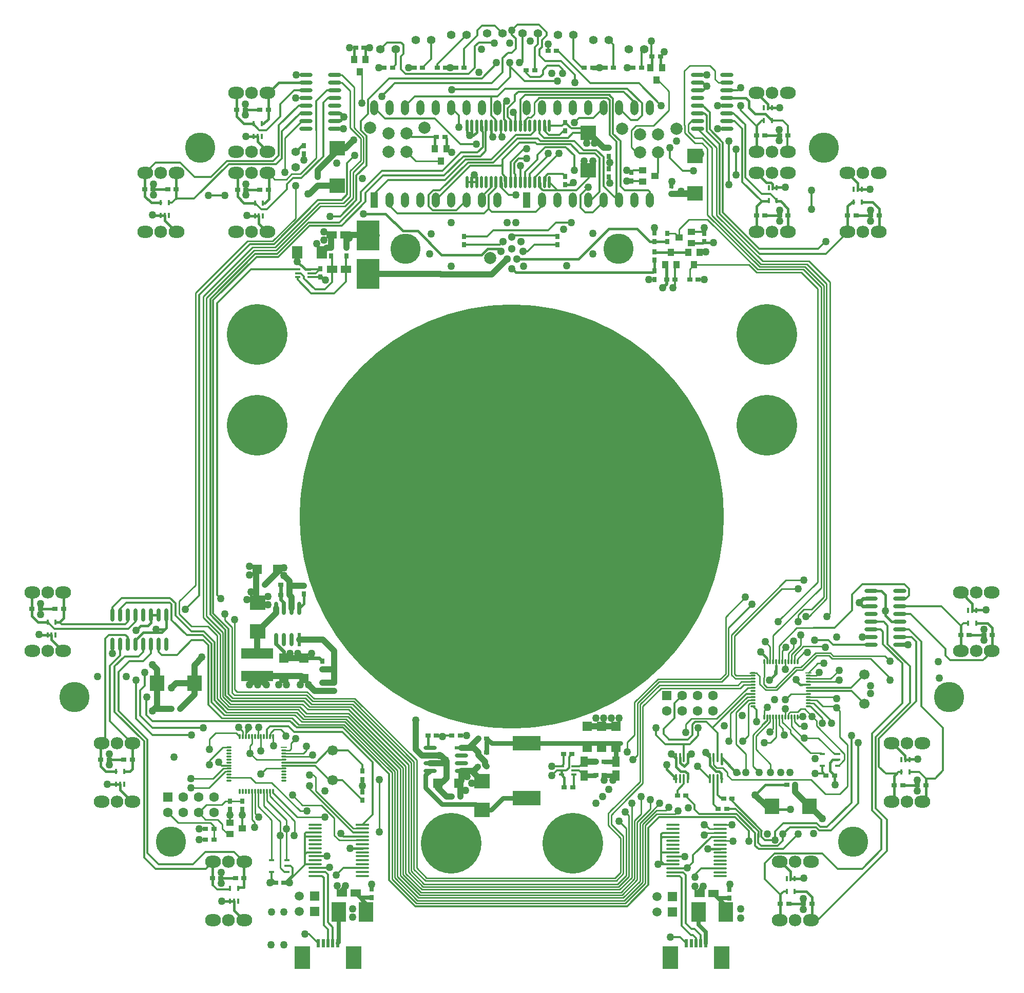
<source format=gbl>
%FSAX25Y25*%
%MOIN*%
G70*
G01*
G75*
G04 Layer_Physical_Order=4*
G04 Layer_Color=16711680*
%ADD10O,0.08661X0.02362*%
%ADD11R,0.03000X0.03543*%
%ADD12R,0.05118X0.05512*%
%ADD13R,0.05512X0.05118*%
%ADD14R,0.03543X0.03000*%
%ADD15R,0.05000X0.06693*%
%ADD16R,0.04921X0.03937*%
%ADD17R,0.08661X0.02362*%
%ADD18O,0.08661X0.02362*%
%ADD19O,0.02362X0.08661*%
%ADD20R,0.09449X0.09843*%
%ADD21C,0.01575*%
%ADD22C,0.01181*%
%ADD23C,0.00984*%
%ADD24C,0.01000*%
%ADD25C,0.03150*%
%ADD26C,0.03937*%
%ADD27C,0.02756*%
%ADD28C,0.02362*%
%ADD29C,0.00591*%
%ADD30C,0.05906*%
%ADD31R,0.05906X0.05906*%
%ADD32C,0.05118*%
%ADD33C,0.07874*%
%ADD34O,0.10236X0.07874*%
%ADD35O,0.08268X0.07874*%
%ADD36R,0.05118X0.09843*%
%ADD37O,0.05118X0.09843*%
%ADD38R,0.06299X0.06299*%
%ADD39C,0.06299*%
%ADD40C,2.75591*%
%ADD41C,0.39370*%
%ADD42C,0.19685*%
%ADD43C,0.05500*%
%ADD44C,0.06693*%
%ADD45C,0.05000*%
%ADD46C,0.01969*%
%ADD47R,0.09646X0.09843*%
%ADD48R,0.09843X0.09449*%
%ADD49R,0.02362X0.08661*%
%ADD50O,0.02362X0.08661*%
%ADD51R,0.20866X0.07087*%
%ADD52O,0.03937X0.01024*%
%ADD53O,0.01024X0.03937*%
%ADD54R,0.03937X0.01024*%
%ADD55R,0.03543X0.01575*%
%ADD56R,0.09449X0.12598*%
%ADD57R,0.06693X0.05000*%
%ADD58R,0.09843X0.14961*%
%ADD59R,0.01969X0.05512*%
%ADD60O,0.08661X0.01575*%
%ADD61R,0.08661X0.01575*%
%ADD62R,0.18110X0.09252*%
%ADD63O,0.01378X0.06299*%
%ADD64R,0.07087X0.07874*%
%ADD65R,0.03543X0.01575*%
%ADD66R,0.09843X0.09646*%
%ADD67R,0.03937X0.04921*%
%ADD68O,0.02165X0.07874*%
%ADD69R,0.15000X0.19685*%
%ADD70R,0.01575X0.03543*%
%ADD71R,0.06000X0.06299*%
%ADD72R,0.06299X0.06000*%
D10*
X1007551Y0929500D02*
D03*
Y0934500D02*
D03*
Y0939500D02*
D03*
Y0944500D02*
D03*
Y0949500D02*
D03*
Y0954500D02*
D03*
Y0959500D02*
D03*
Y0964500D02*
D03*
X1026449Y0929500D02*
D03*
Y0934500D02*
D03*
Y0939500D02*
D03*
Y0944500D02*
D03*
Y0949500D02*
D03*
Y0954500D02*
D03*
Y0959500D02*
D03*
Y0964500D02*
D03*
X0771949D02*
D03*
Y0959500D02*
D03*
Y0954500D02*
D03*
Y0949500D02*
D03*
Y0944500D02*
D03*
Y0939500D02*
D03*
Y0934500D02*
D03*
Y0929500D02*
D03*
X0753051Y0964500D02*
D03*
Y0959500D02*
D03*
Y0954500D02*
D03*
Y0949500D02*
D03*
Y0944500D02*
D03*
Y0939500D02*
D03*
Y0934500D02*
D03*
Y0929500D02*
D03*
X1120051Y0594000D02*
D03*
Y0599000D02*
D03*
Y0604000D02*
D03*
Y0609000D02*
D03*
Y0614000D02*
D03*
Y0619000D02*
D03*
Y0624000D02*
D03*
Y0629000D02*
D03*
X1138949Y0594000D02*
D03*
Y0599000D02*
D03*
Y0604000D02*
D03*
Y0609000D02*
D03*
Y0614000D02*
D03*
Y0619000D02*
D03*
Y0624000D02*
D03*
Y0629000D02*
D03*
D11*
X0752000Y0632500D02*
D03*
Y0627000D02*
D03*
X0764000Y0578000D02*
D03*
Y0583500D02*
D03*
Y0569500D02*
D03*
Y0564000D02*
D03*
X0771500Y0569500D02*
D03*
Y0564000D02*
D03*
X0795945Y0435276D02*
D03*
Y0429776D02*
D03*
X0790000Y0498500D02*
D03*
Y0493000D02*
D03*
Y0506500D02*
D03*
Y0512000D02*
D03*
X1028279Y0435047D02*
D03*
Y0429547D02*
D03*
X0762500Y0833000D02*
D03*
Y0838500D02*
D03*
X0779626Y0852169D02*
D03*
Y0846669D02*
D03*
X0752000Y0913000D02*
D03*
Y0918500D02*
D03*
X0979500Y0849500D02*
D03*
Y0844000D02*
D03*
X0988000Y0856000D02*
D03*
Y0861500D02*
D03*
X1012000D02*
D03*
Y0856000D02*
D03*
X0856000Y0854000D02*
D03*
Y0859500D02*
D03*
X0916500D02*
D03*
Y0854000D02*
D03*
X0921500Y0933500D02*
D03*
Y0928000D02*
D03*
X0964500Y0895500D02*
D03*
Y0901000D02*
D03*
X0769626Y0852169D02*
D03*
Y0846669D02*
D03*
X0979500Y0831500D02*
D03*
Y0837000D02*
D03*
Y0856200D02*
D03*
Y0861700D02*
D03*
X0712000Y0487012D02*
D03*
Y0492512D02*
D03*
X0761000Y0892500D02*
D03*
Y0898000D02*
D03*
X0990500Y0892500D02*
D03*
Y0887000D02*
D03*
X0921500Y0898500D02*
D03*
Y0893000D02*
D03*
X0950000Y0898000D02*
D03*
Y0903500D02*
D03*
Y0911512D02*
D03*
Y0917012D02*
D03*
X0704000Y0486988D02*
D03*
Y0492488D02*
D03*
D14*
X0671500Y0552500D02*
D03*
X0666000D02*
D03*
X0737000Y0626500D02*
D03*
X0742500D02*
D03*
X0721000Y0633000D02*
D03*
X0726500D02*
D03*
X0737000D02*
D03*
X0742500D02*
D03*
X0688000Y0467500D02*
D03*
X0693500D02*
D03*
Y0474500D02*
D03*
X0688000D02*
D03*
X0739000Y0439500D02*
D03*
X0733500D02*
D03*
X0853500Y0495500D02*
D03*
X0848000D02*
D03*
X0870500Y0515000D02*
D03*
X0865000D02*
D03*
X0865102Y0524029D02*
D03*
X0870602D02*
D03*
X0838000Y0535000D02*
D03*
X0832500D02*
D03*
X0848000D02*
D03*
X0853500D02*
D03*
X0865102Y0533059D02*
D03*
X0870602D02*
D03*
X0994500Y0496000D02*
D03*
X1000000D02*
D03*
X1021000Y0487500D02*
D03*
X1026500D02*
D03*
X1024500Y0494000D02*
D03*
X1030000D02*
D03*
X1065358Y0503031D02*
D03*
X1070858D02*
D03*
X0993000Y0831500D02*
D03*
X0987500D02*
D03*
X1008000D02*
D03*
X1002500D02*
D03*
X0838000Y0924000D02*
D03*
X0843500D02*
D03*
X0910500Y0980000D02*
D03*
X0916000D02*
D03*
X0978000Y0976500D02*
D03*
X0983500D02*
D03*
X0965512Y0969000D02*
D03*
X0971012D02*
D03*
X0580691Y0617315D02*
D03*
X0575191D02*
D03*
X0590191D02*
D03*
X0595691D02*
D03*
X0625500Y0519500D02*
D03*
X0620000D02*
D03*
X0635000D02*
D03*
X0640500D02*
D03*
X0698000Y0442500D02*
D03*
X0692500D02*
D03*
X0707500D02*
D03*
X0713000D02*
D03*
X1076230Y0425687D02*
D03*
X1081730D02*
D03*
X1066730D02*
D03*
X1061230D02*
D03*
X1150230Y0502687D02*
D03*
X1155730D02*
D03*
X1140730D02*
D03*
X1135230D02*
D03*
X1193500Y0600500D02*
D03*
X1199000D02*
D03*
X1184000D02*
D03*
X1178500D02*
D03*
X1120000Y0873000D02*
D03*
X1125500D02*
D03*
X1110500D02*
D03*
X1105000D02*
D03*
X1060811Y0872998D02*
D03*
X1066311D02*
D03*
X1051311D02*
D03*
X1045811D02*
D03*
X1060730Y0925187D02*
D03*
X1066230D02*
D03*
X1051230D02*
D03*
X1045730D02*
D03*
X0714191Y0889813D02*
D03*
X0708691D02*
D03*
X0723338Y0889842D02*
D03*
X0728838D02*
D03*
X0713691Y0941813D02*
D03*
X0708191D02*
D03*
X0723191D02*
D03*
X0728691D02*
D03*
X0654000Y0890000D02*
D03*
X0648500D02*
D03*
X0663500D02*
D03*
X0669000D02*
D03*
X0785500Y0982000D02*
D03*
X0791000D02*
D03*
X0809500Y0969000D02*
D03*
X0804000D02*
D03*
X0829000D02*
D03*
X0823500D02*
D03*
X0838500D02*
D03*
X0844000D02*
D03*
X0856000D02*
D03*
X0850500D02*
D03*
X0901797Y0967500D02*
D03*
X0896297D02*
D03*
X0934000Y0969000D02*
D03*
X0939500D02*
D03*
X0953000D02*
D03*
X0947500D02*
D03*
X1096500Y0509000D02*
D03*
X1091000D02*
D03*
X0926500Y0501500D02*
D03*
X0921000D02*
D03*
X0920500Y0523000D02*
D03*
X0926000D02*
D03*
X0947000Y0509500D02*
D03*
X0941500D02*
D03*
X0947000Y0518000D02*
D03*
X0941500D02*
D03*
D15*
X0934000Y0508945D02*
D03*
Y0517945D02*
D03*
X0954500Y0518000D02*
D03*
Y0509000D02*
D03*
D16*
X0704000Y0471000D02*
D03*
Y0478500D02*
D03*
X0712000Y0474800D02*
D03*
X1003500Y0862500D02*
D03*
Y0855000D02*
D03*
X0995500Y0858700D02*
D03*
X0972000Y0895000D02*
D03*
Y0902500D02*
D03*
X0980000Y0898800D02*
D03*
D17*
X0854177Y0527102D02*
D03*
D18*
X0833705Y0512102D02*
D03*
Y0517102D02*
D03*
Y0522102D02*
D03*
Y0527102D02*
D03*
X0854177Y0512102D02*
D03*
Y0517102D02*
D03*
Y0522102D02*
D03*
D19*
X0627500Y0613449D02*
D03*
X0632500D02*
D03*
X0637500D02*
D03*
X0642500D02*
D03*
X0647500D02*
D03*
X0652500D02*
D03*
X0657500D02*
D03*
X0662500D02*
D03*
X0627500Y0594551D02*
D03*
X0632500D02*
D03*
X0637500D02*
D03*
X0642500D02*
D03*
X0647500D02*
D03*
X0652500D02*
D03*
X0657500D02*
D03*
X0662500D02*
D03*
D21*
X0645862Y0606362D02*
X0650362D01*
X0643000Y0603500D02*
X0645862Y0606362D01*
X0650362D02*
X0652500Y0608500D01*
X0859439Y0924939D02*
X0861939D01*
X0864028Y0927028D01*
X0857728Y0926650D02*
Y0931406D01*
Y0926650D02*
X0859439Y0924939D01*
X1001224Y0520724D02*
X1003500Y0523000D01*
X1001138Y0520724D02*
X1001224D01*
X0990500Y0523000D02*
X0992776Y0520724D01*
X0993461D01*
X1034500Y0510500D02*
Y0511000D01*
X1074015Y0567985D02*
X1075179D01*
X1070500Y0571500D02*
X1074015Y0567985D01*
X1057500Y0574345D02*
X1058584Y0575429D01*
X1054297Y0571142D02*
X1057500Y0574345D01*
X1058584Y0575429D02*
Y0580506D01*
X0919061Y0509774D02*
Y0512333D01*
X1056311Y0890998D02*
X1058870D01*
X1012500Y0855500D02*
X1018000D01*
X0968313Y0864500D02*
X0976613Y0856200D01*
X0949862Y0864500D02*
X0968313D01*
X0930098Y0844736D02*
X0949862Y0864500D01*
X0890244Y0844736D02*
X0930098D01*
X0873476Y0925024D02*
X0874500Y0924000D01*
X0873476Y0925024D02*
Y0931406D01*
X0860878Y0926378D02*
Y0931406D01*
X0864028Y0927028D02*
Y0931406D01*
X0747626Y0843193D02*
X0752760Y0838059D01*
X0756000D01*
X1023118Y0516882D02*
Y0520571D01*
X1015441Y0515618D02*
Y0520571D01*
X0716500Y0568000D02*
Y0568716D01*
X1012000Y0856000D02*
X1012500Y0855500D01*
X0919061Y0509774D02*
X0921000Y0507835D01*
Y0501500D02*
Y0507835D01*
X0832500Y0528307D02*
Y0535000D01*
Y0528307D02*
X0833705Y0527102D01*
X0750500Y0918500D02*
X0751500D01*
X0746500Y0914500D02*
X0750500Y0918500D01*
X0790500Y0874000D02*
X0805000D01*
X0816106Y0862894D01*
X0825919D01*
X0841313Y0847500D01*
X0867205D01*
X0871205Y0851500D01*
X0878020D01*
X0879709Y0849811D01*
X1096500Y0503500D02*
X1097000Y0503000D01*
X1096500Y0503500D02*
Y0509000D01*
X1095248Y0519248D02*
X1098575D01*
X1093500Y0517500D02*
X1095248Y0519248D01*
X1093500Y0512000D02*
Y0517500D01*
Y0512000D02*
X1096500Y0509000D01*
X0896263Y0836000D02*
X0978500D01*
X0976613Y0856200D02*
X0979500D01*
Y0849500D02*
X0980000Y0849000D01*
X0990200D01*
X1001500D01*
X0979500Y0837000D02*
Y0844000D01*
X0896188Y0835925D02*
X0896263Y0836000D01*
X0889575Y0835925D02*
X0896188D01*
X0887000Y0838500D02*
X0889575Y0835925D01*
X1011000Y0855000D02*
X1012000Y0856000D01*
X1003500Y0855000D02*
X1011000D01*
X0987800Y0856200D02*
X0988000Y0856000D01*
X0979500Y0856200D02*
X0987800D01*
X1051532Y0503031D02*
X1065358D01*
X1045000Y0496500D02*
X1051532Y0503031D01*
X0692500Y0452961D02*
X0692728Y0453189D01*
X0692500Y0442500D02*
Y0451500D01*
X0713000Y0436500D02*
Y0442500D01*
X0708691Y0889813D02*
Y0900274D01*
X0708919Y0900502D01*
X0708691Y0885313D02*
Y0889813D01*
X1014283Y0461543D02*
X1022319D01*
X1120051Y0629000D02*
X1127000D01*
X1129500Y0626500D01*
Y0616000D02*
Y0626500D01*
Y0613000D02*
Y0616000D01*
Y0613000D02*
X1133500Y0609000D01*
X1138949D01*
X0652500Y0613449D02*
X0657500D01*
X0647500Y0602000D02*
X0659500D01*
X0661500Y0604000D02*
X0662500Y0605000D01*
X0659500Y0602000D02*
X0661500Y0604000D01*
X0656000D02*
X0661500D01*
X0642500Y0597000D02*
X0647500Y0602000D01*
X0642500Y0594551D02*
Y0597000D01*
X0652500Y0608500D02*
Y0613449D01*
X0662500Y0605000D02*
Y0613449D01*
X0993461Y0514772D02*
Y0520724D01*
Y0514772D02*
X0996366Y0511866D01*
X0999516D01*
X1001138Y0510245D01*
Y0507142D02*
Y0510245D01*
X0996020Y0520724D02*
X0996315Y0520429D01*
Y0517326D02*
Y0520429D01*
Y0517326D02*
X0997641Y0516000D01*
X0997732D01*
X0998799Y0514933D01*
X1001138Y0517272D01*
Y0520724D01*
X0992272Y0507142D02*
X0993461D01*
X1022823Y0507283D02*
X1023118Y0506988D01*
X0925500Y0893000D02*
X0927000Y0894500D01*
X0921500Y0893000D02*
X0925500D01*
X0983500Y0970000D02*
Y0976500D01*
X0837000Y0916500D02*
Y0923000D01*
X0844500Y0916500D02*
Y0923000D01*
X0784500Y0974500D02*
Y0981000D01*
X0792000Y0974500D02*
Y0981000D01*
X0749000Y0617736D02*
X0752000Y0620736D01*
Y0627000D01*
X0781949Y0461772D02*
X0789984D01*
X0714191Y0889813D02*
X0723691D01*
X1045730Y0914691D02*
X1045923Y0914498D01*
X1105193Y0897748D02*
Y0900500D01*
X1125500Y0862539D02*
Y0873000D01*
X1105000Y0862504D02*
Y0873000D01*
X1110500D02*
X1120000D01*
X1105000D02*
Y0879000D01*
X1125500Y0873000D02*
Y0877500D01*
X0595498Y0628004D02*
X0595691Y0627811D01*
X0575191Y0617315D02*
Y0627776D01*
X0595691Y0617315D02*
Y0627811D01*
X0580691Y0617315D02*
X0590191D01*
X0595691Y0611315D02*
Y0617315D01*
X0575191Y0612815D02*
Y0617315D01*
X0640307Y0492000D02*
Y0494752D01*
X0620000Y0519500D02*
Y0529961D01*
X0640500Y0519500D02*
Y0529996D01*
X0625500Y0519500D02*
X0635000D01*
X0640500Y0513500D02*
Y0519500D01*
X0620000Y0515000D02*
Y0519500D01*
X0713000Y0442500D02*
Y0452996D01*
X0698000Y0442500D02*
X0707500D01*
X0692500Y0438000D02*
Y0442500D01*
X1061230Y0415191D02*
Y0425687D01*
X1066730D02*
X1076230D01*
X1061230D02*
Y0431687D01*
X1081730Y0425687D02*
Y0430187D01*
X1135230Y0492191D02*
X1135423Y0491998D01*
X1155502D02*
X1155730Y0492226D01*
Y0502687D01*
X1135230Y0492191D02*
Y0502687D01*
X1140730D02*
X1150230D01*
X1135230D02*
Y0508687D01*
X1155730Y0502687D02*
Y0507187D01*
X1178693Y0625248D02*
Y0628000D01*
X1199000Y0590039D02*
Y0600500D01*
X1178500Y0590004D02*
Y0600500D01*
X1184000D02*
X1193500D01*
X1178500D02*
Y0606500D01*
X1199000Y0600500D02*
Y0605000D01*
X1066083Y0862309D02*
X1066311Y0862537D01*
X1045811Y0862502D02*
X1046004Y0862309D01*
X1066311Y0862537D02*
Y0872998D01*
X1045811Y0862502D02*
Y0872998D01*
X1051311D02*
X1060811D01*
X1049043Y0882230D02*
X1053252D01*
X1045811Y0878998D02*
X1049043Y0882230D01*
X1045811Y0872998D02*
Y0878998D01*
X1066311Y0872998D02*
Y0877498D01*
X1061579Y0882230D02*
X1066311Y0877498D01*
X1058370Y0882230D02*
X1061579D01*
X1051230Y0925187D02*
X1060730D01*
X0708191Y0941813D02*
Y0952274D01*
X0728691Y0941813D02*
Y0952309D01*
X0713691Y0941813D02*
X0723191D01*
X0728691Y0935813D02*
Y0941813D01*
X0708191Y0937313D02*
Y0941813D01*
X0668807Y0862500D02*
Y0865252D01*
X0648500Y0890000D02*
Y0900461D01*
X0669000Y0890000D02*
Y0900496D01*
X0654000Y0890000D02*
X0663500D01*
X0669000Y0884000D02*
Y0890000D01*
X0648500Y0885500D02*
Y0890000D01*
Y0900461D02*
X0648728Y0900689D01*
X0728500Y0952500D02*
X0728691Y0952309D01*
X0728500Y0952500D02*
X0735500Y0959500D01*
X0753051D01*
X1026449Y0949500D02*
X1038728D01*
X1041000Y0947228D01*
Y0942917D02*
Y0947228D01*
X1045730Y0914691D02*
Y0925187D01*
Y0931187D01*
X1125272Y0862311D02*
X1125500Y0862539D01*
X1198772Y0589811D02*
X1199000Y0590039D01*
X1135230Y0508687D02*
X1136772Y0510228D01*
X1081730Y0416000D02*
Y0425687D01*
X1057894Y0487032D02*
X1067858D01*
X1007551Y0959500D02*
X1011000D01*
X1013500Y0957000D01*
X1011000Y0954500D02*
X1013500Y0957000D01*
X1007551Y0954500D02*
X1011000D01*
X0987500Y0513102D02*
X0993461Y0507142D01*
X0987500Y0513102D02*
Y0516000D01*
X1022823Y0507283D02*
Y0510387D01*
X1021497Y0511713D02*
X1022823Y0510387D01*
X1019353Y0511713D02*
X1021497D01*
X1015448Y0515618D02*
X1019353Y0511713D01*
X1015441Y0515618D02*
X1015448D01*
X1013000Y0523012D02*
X1015441Y0520571D01*
X1013000Y0523012D02*
Y0524000D01*
X1023118Y0520571D02*
X1033189Y0510500D01*
X1034500D01*
X0859439Y0924939D02*
X0860878Y0926378D01*
X1145230Y0519641D02*
X1150529D01*
X1150668Y0519780D01*
X1078104Y0433814D02*
X1081730Y0430187D01*
X1070522Y0433814D02*
X1078104D01*
X1067963Y0442082D02*
X1070522D01*
X1067963D02*
Y0446647D01*
X1061423Y0453187D02*
X1067963Y0446647D01*
X1070522Y0442082D02*
X1076353D01*
X1178500Y0590004D02*
X1178693Y0589811D01*
X1195781Y0608219D02*
X1199000Y0605000D01*
X1188412Y0608219D02*
X1195781D01*
X1185853Y0616486D02*
X1188412D01*
X1185853D02*
Y0620840D01*
X1178693Y0628000D02*
X1185853Y0620840D01*
X1188532Y0616607D02*
X1194743D01*
X1188412Y0616486D02*
X1188532Y0616607D01*
X1142500Y0519500D02*
X1145059D01*
X1142303Y0519697D02*
X1142500Y0519500D01*
X1142303Y0519697D02*
Y0521924D01*
X1134133Y0530094D02*
X1142303Y0521924D01*
X1133461Y0530094D02*
X1134133D01*
X0706500Y0421445D02*
Y0427500D01*
X0703941D02*
X0706500D01*
Y0421445D02*
X0713039Y0414906D01*
X0698500Y0427500D02*
X0703941D01*
X0709791Y0436500D02*
X0713000D01*
X0709059Y0435768D02*
X0709791Y0436500D01*
X0712809Y0453187D02*
X0713000Y0452996D01*
X0620000Y0515000D02*
X0623232Y0511768D01*
X0629941D01*
X0638768D02*
X0640500Y0513500D01*
X0635059Y0511768D02*
X0638768D01*
X0640309Y0530187D02*
X0640500Y0529996D01*
X0632500Y0499807D02*
Y0503500D01*
Y0499807D02*
X0640307Y0492000D01*
X0629941Y0503500D02*
X0632500D01*
X0624364D02*
X0629941D01*
X0624257Y0503393D02*
X0624364Y0503500D01*
X0575191Y0612815D02*
X0579238Y0608768D01*
X0585441D01*
X0593144D02*
X0595691Y0611315D01*
X0590559Y0608768D02*
X0593144D01*
X0588000Y0597313D02*
Y0600500D01*
X0580006Y0600778D02*
X0580285Y0600500D01*
X0585441D01*
X0588000D01*
X0661500Y0869807D02*
Y0873000D01*
Y0869807D02*
X0668807Y0862500D01*
X0653506Y0873278D02*
X0653785Y0873000D01*
X0658941D01*
X0661500D01*
X0648500Y0885500D02*
X0652732Y0881268D01*
X0658941D01*
X0668807Y0900689D02*
X0669000Y0900496D01*
X0708691Y0885313D02*
X0712915Y0881089D01*
X0720080D01*
X0726467D02*
X0729191Y0883813D01*
X0725198Y0881089D02*
X0726467D01*
X0729191Y0883813D02*
Y0900309D01*
X0722639Y0867806D02*
Y0872821D01*
Y0867806D02*
X0728039Y0862405D01*
X0715000Y0873000D02*
X0715179Y0872821D01*
X0720080D01*
X0722639D01*
X0708191Y0937313D02*
X0712872Y0932632D01*
X0719225D01*
X0708191Y0952274D02*
X0708419Y0952502D01*
X0725510Y0932632D02*
X0728691Y0935813D01*
X0724343Y0932632D02*
X0725510D01*
X0721784Y0921027D02*
Y0924365D01*
X0714216D02*
X0719225D01*
X0721784D01*
X1053144Y0942917D02*
Y0945467D01*
X1060917Y0942917D02*
X1061000Y0943000D01*
X1053144Y0942917D02*
X1055702D01*
X1060917D01*
X1041000Y0942917D02*
X1044917Y0939000D01*
X1051352D01*
X1055702Y0934649D01*
X1056114Y0891195D02*
X1056311Y0890998D01*
X1056114Y0891195D02*
Y0893422D01*
X1055192Y0894345D02*
X1056114Y0893422D01*
X1052211Y0894345D02*
X1055192D01*
X1045961Y0900595D02*
X1052211Y0894345D01*
X1059250Y0891378D02*
X1064436D01*
X1058870Y0890998D02*
X1059250Y0891378D01*
X1121268Y0881732D02*
X1125500Y0877500D01*
X1114059Y0881732D02*
X1121268D01*
X1105000Y0879000D02*
X1107732Y0881732D01*
X1108941D01*
X1105000Y0862504D02*
X1105191Y0862313D01*
X1111500Y0890000D02*
Y0894193D01*
X1105193Y0900500D02*
X1111500Y0894193D01*
X1119460Y0890000D02*
X1119639Y0890179D01*
X1111500Y0890000D02*
X1114059D01*
X1119460D01*
X0588000Y0597313D02*
X0595498Y0589815D01*
Y0592567D01*
X0728998Y0862313D02*
Y0865065D01*
X0728498Y0914313D02*
Y0917065D01*
X0721784Y0921027D02*
X0728498Y0914313D01*
X1061423Y0450435D02*
Y0453187D01*
X0991000Y0891500D02*
Y0895000D01*
X0978000Y0969000D02*
Y0975500D01*
X1045923Y0949935D02*
Y0952687D01*
X1053144Y0945467D01*
X1061230Y0415191D02*
X1061423Y0414998D01*
D22*
X0998579Y0520724D02*
Y0529500D01*
X1002500D01*
X0986409D02*
X0998579D01*
X1002500D02*
X1008000Y0535000D01*
X0980500Y0535409D02*
X0986409Y0529500D01*
X1008000Y0535000D02*
Y0540000D01*
X1013124Y0544000D02*
X1017059Y0540064D01*
X1006000Y0544000D02*
X1013124D01*
X1004122Y0542122D02*
X1006000Y0544000D01*
X0992500Y0546500D02*
Y0556000D01*
X0985500Y0539500D02*
X0992500Y0546500D01*
X0985500Y0536000D02*
Y0539500D01*
X0992500Y0556000D02*
X0997500Y0561000D01*
X1001185Y0532469D02*
X1004122Y0535406D01*
X1107500Y0491500D02*
Y0535000D01*
X1091642Y0475642D02*
X1107500Y0491500D01*
X1087173Y0475642D02*
X1091642D01*
X1084815Y0478000D02*
X1087173Y0475642D01*
X1063276Y0478000D02*
X1084815D01*
X1086500Y0473500D02*
X1094284D01*
X1084500Y0475500D02*
X1086500Y0473500D01*
X1067500Y0475500D02*
X1084500D01*
X1130500Y0460000D02*
Y0480500D01*
X1086500Y0416000D02*
X1130500Y0460000D01*
X1081730Y0416000D02*
X1086500D01*
X1085406Y0414906D02*
X1086500Y0416000D01*
X1081039Y0414906D02*
X1085406D01*
X1127000Y0461000D02*
Y0480500D01*
X1114500Y0448500D02*
X1127000Y0461000D01*
X1098500Y0448500D02*
X1114500D01*
X0999780Y0413067D02*
Y0444547D01*
Y0413067D02*
X1003500Y0409346D01*
X1005654D01*
X1003138Y0405500D02*
X1004500D01*
X1006500Y0403500D01*
Y0400016D02*
Y0403500D01*
X0648500Y0567500D02*
Y0576000D01*
X0645500Y0564500D02*
X0648500Y0567500D01*
X0645500Y0548000D02*
Y0564500D01*
Y0548000D02*
X0653500Y0540000D01*
X0686500D01*
X0653500Y0535500D02*
X0679000D01*
X0918000Y0925500D02*
X0920500Y0928000D01*
X0910843Y0925500D02*
X0918000D01*
X0908811Y0927532D02*
X0910843Y0925500D01*
X0923500Y0923500D02*
X0926606Y0926606D01*
X0907815Y0923500D02*
X0923500D01*
X0904972Y0926342D02*
X0907815Y0923500D01*
X0870000Y0915000D02*
Y0931079D01*
X0866500Y0911500D02*
X0870000Y0915000D01*
X0855500Y0911500D02*
X0866500D01*
X0891878Y0920378D02*
X0902122D01*
X0880795Y0909295D02*
X0891878Y0920378D01*
X0880795Y0899909D02*
Y0909295D01*
X0890500Y0923000D02*
X0904000D01*
X0875000Y0907500D02*
X0890500Y0923000D01*
X0858500Y0907500D02*
X0875000D01*
X0889394Y0925500D02*
X0899102D01*
X0873394Y0909500D02*
X0889394Y0925500D01*
X0856878Y0909500D02*
X0873394D01*
X0905563Y0921437D02*
X0927563D01*
X0904000Y0923000D02*
X0905563Y0921437D01*
X0903032Y0919468D02*
X0925031D01*
X0902122Y0920378D02*
X0903032Y0919468D01*
X0903500Y0909500D02*
Y0912500D01*
X0908500Y0917500D01*
X0900500Y0906500D02*
X0903500Y0909500D01*
X0908500Y0917500D02*
X0922000D01*
X0898673Y0894594D02*
Y0900173D01*
X0910500Y0912000D01*
Y0913500D01*
X0895524Y0901524D02*
X0900500Y0906500D01*
X0895524Y0894594D02*
Y0901524D01*
X0917500Y0913456D02*
Y0913500D01*
X0901823Y0897779D02*
X0917500Y0913456D01*
X0901823Y0894594D02*
Y0897779D01*
X0989500Y0910500D02*
X0998000Y0902000D01*
X0989500Y0910500D02*
Y0917000D01*
X0971012Y0969000D02*
Y0979012D01*
X0973000Y0981000D01*
X0938000Y0959000D02*
X0969500D01*
X0917000Y0980000D02*
X0938000Y0959000D01*
X0916000Y0980000D02*
X0917000D01*
X0906500Y0982500D02*
Y0987000D01*
X0905000Y0981000D02*
X0906500Y0982500D01*
X0905000Y0977000D02*
Y0981000D01*
X0917482Y0970482D02*
X0917500Y0970500D01*
X0910000Y0970482D02*
X0917482D01*
X0917500Y0970500D02*
X0920000Y0968000D01*
X0907018Y0967500D02*
X0910000Y0970482D01*
X0920000Y0966000D02*
Y0968000D01*
X0907018Y0964833D02*
Y0967500D01*
X0905185Y0963000D02*
X0907018Y0964833D01*
X0899000Y0963000D02*
X0905185D01*
X0896297Y0965703D02*
Y0967500D01*
Y0965703D02*
X0899000Y0963000D01*
X0834571Y0974571D02*
Y0986000D01*
X0829000Y0969000D02*
X0834571Y0974571D01*
X0812500Y0874500D02*
X0869000D01*
X0807500Y0879500D02*
X0812500Y0874500D01*
X0807500Y0879500D02*
Y0883000D01*
X0806500Y0896000D02*
X0843378D01*
X0797500Y0887000D02*
X0806500Y0896000D01*
X0797500Y0883000D02*
Y0887000D01*
X0843378Y0896000D02*
X0856878Y0909500D01*
X0843000Y0899000D02*
X0855500Y0911500D01*
X0803291Y0899000D02*
X0843000D01*
X0792000Y0887709D02*
X0803291Y0899000D01*
X0842000Y0902000D02*
X0854000Y0914000D01*
X0802500Y0902000D02*
X0842000D01*
X0788965Y0888465D02*
X0802500Y0902000D01*
X0786000Y0883000D02*
Y0899000D01*
X0775500Y0872500D02*
X0786000Y0883000D01*
X0769000Y0872500D02*
X0775500D01*
X0788965Y0882465D02*
Y0888465D01*
X0775000Y0868500D02*
X0788965Y0882465D01*
X0754857Y0868500D02*
X0775000D01*
X0776500Y0866500D02*
X0792000Y0882000D01*
X0755640Y0866500D02*
X0776500D01*
X0792000Y0882000D02*
Y0887709D01*
X0786000Y0899000D02*
X0792500Y0905500D01*
Y0924873D01*
X0789000Y0934500D02*
X0793500Y0939000D01*
X0789000Y0928373D02*
Y0934500D01*
Y0928373D02*
X0792500Y0924873D01*
X0793500Y0939000D02*
Y0948500D01*
X0807122Y0962122D01*
X0745500Y0954500D02*
X0753051D01*
X0736500Y0945500D02*
X0745500Y0954500D01*
X0736500Y0937500D02*
Y0945500D01*
X0767000Y0954500D02*
X0771949D01*
X0760000Y0947500D02*
X0767000Y0954500D01*
X0760000Y0928500D02*
Y0947500D01*
X0764500Y0911500D02*
Y0946500D01*
X0767500Y0949500D01*
X0771949D01*
X0750250Y0897250D02*
X0764500Y0911500D01*
X0744750Y0897250D02*
X0750250D01*
X0737622Y0910185D02*
Y0927622D01*
X0735653Y0912154D02*
Y0931653D01*
X0748500Y0944500D02*
X0753051D01*
X0735653Y0931653D02*
X0748500Y0944500D01*
X0749500Y0939500D02*
X0753051D01*
X0737622Y0927622D02*
X0749500Y0939500D01*
X0767606Y0525358D02*
X0780642D01*
X0759764Y0517516D02*
X0767606Y0525358D01*
X0768673Y0506146D02*
X0770500D01*
X0776854D01*
X0790000Y0493000D01*
X0780642Y0525358D02*
X0790000Y0516000D01*
Y0512000D02*
Y0516000D01*
X0776843Y0537500D02*
X0796500Y0517843D01*
Y0483642D02*
Y0517843D01*
X0789984Y0477126D02*
X0796500Y0483642D01*
X0745500Y0537500D02*
X0776843D01*
X0807225Y0441047D02*
Y0510130D01*
X0777058Y0540298D02*
X0807225Y0510130D01*
X0747008Y0540298D02*
X0777058D01*
X1018000Y0490500D02*
Y0506988D01*
Y0490500D02*
X1021000Y0487500D01*
X1007500Y0514964D02*
Y0515000D01*
Y0514929D02*
Y0514964D01*
X1020559Y0520571D02*
Y0536564D01*
X1017059Y0540064D02*
X1020559Y0536564D01*
X0755500Y0500264D02*
Y0502500D01*
Y0500264D02*
X0757500Y0498264D01*
X0783756Y0472008D01*
X0775500Y0471500D02*
X0777551Y0469449D01*
X0789984D01*
X1140500Y0556000D02*
Y0582000D01*
X1128000Y0594500D02*
X1140500Y0582000D01*
X1128000Y0594500D02*
Y0602500D01*
X1131000Y0594500D02*
X1145500Y0580000D01*
X1131000Y0594500D02*
Y0606500D01*
X1145500Y0556500D02*
Y0580000D01*
X1075179Y0567985D02*
X1079450D01*
X0991500Y0826000D02*
X0993000Y0827500D01*
Y0831500D01*
X0880016Y0905500D02*
X0880795Y0906279D01*
X0860000Y0905500D02*
X0880016D01*
X0880795Y0899909D02*
X0882236Y0898468D01*
X0891284Y0910000D02*
X0896500D01*
X0888500Y0907216D02*
X0891284Y0910000D01*
X0888500Y0900500D02*
Y0907216D01*
X0895000Y0916500D02*
X0896500D01*
X0886075Y0907575D02*
X0895000Y0916500D01*
X0886075Y0894594D02*
Y0907575D01*
X0879776Y0924724D02*
X0880500Y0924000D01*
X0879776Y0924724D02*
Y0931406D01*
X0862500Y0899500D02*
X0864028Y0897972D01*
Y0894594D02*
Y0897972D01*
X0860878Y0897878D02*
X0862500Y0899500D01*
X0860878Y0894594D02*
Y0897878D01*
Y0894594D02*
X0864028D01*
X0857728D02*
X0860878D01*
X0950500Y0925500D02*
Y0948000D01*
X0949000Y0949500D02*
X0950500Y0948000D01*
X0904639Y0949500D02*
X0949000D01*
X0957500Y0892000D02*
Y0921284D01*
X0952563Y0926221D02*
X0957500Y0921284D01*
X0952563Y0926221D02*
Y0948937D01*
X0955000Y0886744D02*
Y0921000D01*
X0950500Y0925500D02*
X0955000Y0921000D01*
X0926606Y0926606D02*
X0936500D01*
X0927563Y0921437D02*
X0933500Y0915500D01*
X0925031Y0919468D02*
X0931000Y0913500D01*
X0922000Y0917500D02*
X0927500Y0912000D01*
X0904972Y0926342D02*
Y0931406D01*
X0901823Y0928221D02*
Y0931406D01*
X0899102Y0925500D02*
X0901823Y0928221D01*
X0870000Y0931079D02*
X0870327Y0931406D01*
X0853500Y0919500D02*
X0864000D01*
X0837000Y0936000D02*
X0853500Y0919500D01*
X0804500Y0936000D02*
X0837000D01*
X0868016Y0917516D02*
Y0927382D01*
X0867866Y0927532D02*
X0868016Y0927382D01*
X0867177Y0931406D02*
X0867866Y0930717D01*
Y0927532D02*
Y0930717D01*
X0864500Y0914000D02*
X0868016Y0917516D01*
X0854000Y0914000D02*
X0864500D01*
X0741000Y0893500D02*
X0744750Y0897250D01*
X0741000Y0890000D02*
Y0893500D01*
X0761441Y0832941D02*
X0762500Y0834000D01*
X0764000Y0833000D02*
X0766000Y0831000D01*
X0762500Y0833000D02*
X0764000D01*
X1032784Y0484000D02*
X1045000Y0471784D01*
X0985693Y0451307D02*
X0991610D01*
X0982193D02*
X0985693D01*
X0982000Y0451500D02*
X0982193Y0451307D01*
X0984000Y0468500D02*
Y0471000D01*
X0984779Y0471779D01*
X0991610D01*
X0984000Y0458616D02*
Y0468500D01*
Y0453000D02*
Y0458616D01*
Y0468500D02*
X0984720Y0469220D01*
X0991610D01*
X0984000Y0453000D02*
X0985693Y0451307D01*
X0984000Y0458616D02*
X0984368Y0458984D01*
X0991610D01*
X0996216Y0404000D02*
X1000201Y0400016D01*
X0990000Y0404000D02*
X0996216D01*
X0752465Y0457965D02*
Y0471465D01*
X0752516Y0469449D02*
X0759276D01*
X0752465Y0471465D02*
X0753008Y0472008D01*
X0759276D01*
X0752465Y0451000D02*
Y0457965D01*
X0753713Y0459213D01*
X0759276D01*
X0742500Y0441035D02*
X0752465Y0451000D01*
X0742500Y0439500D02*
Y0441035D01*
X0753000Y0451535D02*
X0759276D01*
X0752500Y0406000D02*
X0755217D01*
X0761201Y0400016D01*
X0913000Y0515000D02*
X0913108Y0514892D01*
X0913000Y0509000D02*
X0916333Y0512333D01*
X0919061D01*
X0913108Y0514892D02*
X0919061D01*
X0742000Y0541000D02*
X0745500Y0537500D01*
X0730000Y0541000D02*
X0742000D01*
X0727927Y0538927D02*
X0730000Y0541000D01*
X0727927Y0534445D02*
Y0538927D01*
X0653500Y0544500D02*
X0742805D01*
X0649622Y0548378D02*
X0653500Y0544500D01*
X0742805D02*
X0747008Y0540298D01*
X0689748Y0555216D02*
X0698464Y0546500D01*
X0691717Y0556783D02*
X0700118Y0548382D01*
X0693685Y0557997D02*
X0701182Y0550500D01*
X0704846Y0557370D02*
X0751856D01*
X0701000Y0561216D02*
X0704846Y0557370D01*
X0703000Y0562000D02*
X0705500Y0559500D01*
X1049313Y0472971D02*
Y0473038D01*
X1047012Y0471000D02*
Y0472556D01*
X1045000Y0463500D02*
Y0471784D01*
X1032068Y0487500D02*
X1047012Y0472556D01*
X1041000Y0466500D02*
Y0473000D01*
X1032000Y0482000D02*
X1041000Y0473000D01*
X1047000Y0465264D02*
Y0470988D01*
X1047012Y0471000D01*
Y0469087D02*
Y0471000D01*
X1048980Y0472638D02*
X1049313Y0472971D01*
X1048980Y0469425D02*
X1051252Y0467154D01*
X1048980Y0469425D02*
Y0472638D01*
X1000780Y0449047D02*
X1004500Y0452768D01*
Y0457244D01*
X1016476Y0469220D02*
X1022319D01*
X0988900Y0532469D02*
X1001185D01*
X0838000Y0535000D02*
X0847500D01*
X0980500Y0535409D02*
Y0540000D01*
X0919061Y0514892D02*
X0920500Y0516331D01*
Y0523000D01*
X0919061Y0512333D02*
X0922333D01*
X0924179Y0514179D01*
Y0521179D01*
X0926000Y0523000D01*
X0926500Y0501500D02*
X0927328Y0502328D01*
Y0509774D01*
X0927328Y0512333D02*
X0930612D01*
X0934000Y0508945D01*
X0927328Y0514892D02*
X0930947D01*
X0934000Y0517945D01*
X0702000Y0908500D02*
X0732000D01*
X0691500Y0898000D02*
X0702000Y0908500D01*
X0681000Y0898000D02*
X0691500D01*
X0671500Y0907500D02*
X0681000Y0898000D01*
X0655543Y0907500D02*
X0671500D01*
X0732000Y0908500D02*
X0735653Y0912154D01*
X0733968Y0906532D02*
X0737622Y0910185D01*
X1088378Y0511622D02*
X1089500Y0510500D01*
X1091000Y0509000D01*
X1084000Y0510500D02*
X1089500D01*
X1088378Y0511622D02*
Y0515480D01*
X0988900Y0532469D02*
Y0532600D01*
X0985500Y0536000D02*
X0988900Y0532600D01*
X1039074Y0562079D02*
X1043624D01*
X1017059Y0540064D02*
X1039074Y0562079D01*
X1043624Y0554205D02*
X1046000Y0551829D01*
X0695500Y0816000D02*
X0717559Y0838059D01*
X0747732D01*
X0761000Y0883000D02*
X0776344D01*
X0732346Y0854346D02*
X0761000Y0883000D01*
X0734357Y0848000D02*
X0754857Y0868500D01*
X0735172Y0846031D02*
X0755640Y0866500D01*
X0720216Y0848000D02*
X0734357D01*
X0721032Y0846031D02*
X0735172D01*
X0716847Y0854346D02*
X0732346D01*
X0684000Y0626000D02*
Y0821500D01*
X0716847Y0854346D01*
X0780000Y0907000D02*
X0785000Y0912000D01*
X0780000Y0886656D02*
Y0907000D01*
X0776344Y0883000D02*
X0780000Y0886656D01*
X0675000Y0617000D02*
X0684000Y0626000D01*
X0767445Y0413555D02*
Y0444776D01*
X0741000Y0450248D02*
X0743252D01*
X0744500Y0449000D01*
Y0444500D02*
Y0449000D01*
X0739000Y0439500D02*
X0739500D01*
X0730803Y0442197D02*
X0733500Y0439500D01*
X0730803Y0442197D02*
Y0446480D01*
X0712000Y0483500D02*
Y0487012D01*
Y0474800D02*
Y0483500D01*
X0704000Y0478500D02*
Y0483500D01*
X0783756Y0472008D02*
X0789984D01*
X0807225Y0441047D02*
X0824075Y0424197D01*
X0689748Y0555216D02*
Y0593752D01*
X0643000Y0546000D02*
X0653500Y0535500D01*
X0693000Y0614500D02*
X0703000Y0604500D01*
Y0562000D02*
Y0604500D01*
X0693685Y0557997D02*
Y0595815D01*
X0691717Y0556783D02*
Y0594783D01*
X0686500Y0597000D02*
X0689748Y0593752D01*
X0686250Y0600250D02*
X0691717Y0594783D01*
X0686750Y0602750D02*
X0693685Y0595815D01*
X0691032Y0613685D02*
X0701000Y0603716D01*
Y0561216D02*
Y0603716D01*
X0977500Y0977000D02*
X0978000Y0976500D01*
X0977500Y0977000D02*
Y0986500D01*
X0982000Y0900800D02*
Y0914000D01*
X0980000Y0898800D02*
X0982000Y0900800D01*
X0971500Y0895500D02*
X0972000Y0895000D01*
X0964500Y0895500D02*
X0971500D01*
X0966000Y0902500D02*
X0972000D01*
X0964500Y0901000D02*
X0966000Y0902500D01*
X0957500Y0892000D02*
X0960172Y0889328D01*
X0982000Y0914000D02*
Y0914984D01*
X0821811Y0924000D02*
X0838000D01*
X0819500Y0926311D02*
X0821811Y0924000D01*
X0969500Y0959000D02*
X0984000Y0944500D01*
X0993000Y0831500D02*
Y0840000D01*
X0779126Y0830126D02*
Y0838169D01*
X0771500Y0822500D02*
X0779126Y0830126D01*
X0756673Y0822500D02*
X0771500D01*
X0770126Y0829626D02*
Y0837500D01*
X0765500Y0825000D02*
X0770126Y0829626D01*
X0759020Y0825000D02*
X0765500D01*
X0696590Y0517590D02*
X0698632Y0515548D01*
X0703124D01*
X0695500Y0626500D02*
X0698000Y0624000D01*
X0695500Y0626500D02*
Y0816000D01*
X0762059Y0838059D02*
X0762500Y0838500D01*
X0759500Y0835500D02*
X0762059Y0838059D01*
X0762500Y0837650D02*
Y0838500D01*
X0761059Y0838059D02*
X0762059D01*
X0757000D02*
X0761059D01*
X0747732Y0831441D02*
X0756673Y0822500D01*
X0752000Y0832020D02*
X0759020Y0825000D01*
X0756000Y0835500D02*
X0759500D01*
X0756000Y0832941D02*
X0761441D01*
X0752000Y0832020D02*
Y0833500D01*
X0750000Y0835500D02*
X0752000Y0833500D01*
X0747732Y0831441D02*
Y0832941D01*
Y0835500D02*
X0750000D01*
X0779126Y0838169D02*
Y0846169D01*
X0770126Y0838169D02*
Y0846169D01*
X0897311Y0849811D02*
X0901500Y0854000D01*
X0916500D01*
X0888122Y0860079D02*
X0916500D01*
X0856000Y0854000D02*
X0879012D01*
X0856000Y0859500D02*
X0871000D01*
X0915500Y0868500D02*
X0925500D01*
X0910500Y0863500D02*
X0915500Y0868500D01*
X0875000Y0863500D02*
X0910500D01*
X0871000Y0859500D02*
X0875000Y0863500D01*
X1011000Y0862500D02*
X1012000Y0861500D01*
X1003500Y0862500D02*
X1011000D01*
X1094284Y0473500D02*
X1112000Y0491216D01*
X1049991Y0542000D02*
X1052679Y0544687D01*
Y0547119D01*
X1041500Y0466000D02*
X1042500D01*
X1063295Y0461295D02*
X1073000Y0471000D01*
X0706496Y0459500D02*
X0712809Y0453187D01*
X0688000Y0459500D02*
X0706496D01*
X0650218Y0458781D02*
Y0532281D01*
X0631500Y0551000D02*
X0650218Y0532281D01*
X0692500Y0452957D02*
X0692730Y0453187D01*
X0692500Y0452957D02*
Y0452961D01*
Y0451500D02*
Y0452957D01*
X0648250Y0455750D02*
Y0531250D01*
X0629000Y0550500D02*
X0648250Y0531250D01*
X0809512Y0969000D02*
X0811500Y0970988D01*
Y0982500D01*
X1005280Y0444047D02*
X1009980Y0448748D01*
X1022319D01*
X0991610Y0456425D02*
X0999657D01*
X0991610Y0448748D02*
X1000480D01*
X1000780Y0449047D01*
X0991610Y0446189D02*
X0998138D01*
X0991610Y0443630D02*
X0995992D01*
X0998138Y0446189D02*
X0999780Y0444547D01*
X0995992Y0443630D02*
X0997177Y0442445D01*
X0933500Y0915500D02*
X0942000D01*
X0931000Y0913500D02*
X0941000D01*
X1121000Y0536500D02*
X1140500Y0556000D01*
X1128500Y0609000D02*
X1131000Y0606500D01*
X1126500Y0604000D02*
X1128000Y0602500D01*
X1120051Y0604000D02*
X1126500D01*
X1120051Y0609000D02*
X1128500D01*
X1145000Y0604000D02*
X1153000Y0596000D01*
X1138949Y0604000D02*
X1145000D01*
X1138949Y0614000D02*
X1146000D01*
X0637500Y0609000D02*
Y0613449D01*
X0636000Y0600500D02*
X0637500Y0599000D01*
Y0594551D02*
Y0599000D01*
X0642500Y0609000D02*
Y0613449D01*
X0892374Y0905374D02*
X0892500Y0905500D01*
X0892374Y0894594D02*
Y0905374D01*
X0937000Y0897500D02*
Y0902394D01*
X0928799Y0889299D02*
X0937000Y0897500D01*
X0916567Y0889299D02*
X0928799D01*
X0925378Y0929622D02*
X0933984D01*
X0921500Y0933500D02*
X0925378Y0929622D01*
X0927500Y0933500D02*
X0930500Y0936500D01*
X0909161Y0889299D02*
X0916567D01*
X0909141Y0889279D02*
X0909161Y0889299D01*
X0905661Y0890721D02*
Y0893906D01*
X0904972Y0894594D02*
X0905661Y0893906D01*
X0911272Y0894594D02*
X0916567Y0889299D01*
X0927500Y0902500D02*
Y0912000D01*
X0934500Y0891500D02*
X0936500D01*
X0919405Y0931406D02*
X0921500Y0933500D01*
X0911272Y0931406D02*
X0919405D01*
X0920500Y0928000D02*
X0921500D01*
X0908811Y0927532D02*
Y0930717D01*
X0908122Y0931406D02*
X0908811Y0930717D01*
X0920091Y0899909D02*
X0921500Y0898500D01*
X0910252Y0899909D02*
X0920091D01*
X0908811Y0898468D02*
X0910252Y0899909D01*
X0908811Y0895284D02*
Y0898468D01*
X0908122Y0894594D02*
X0908811Y0895284D01*
X0888500Y0900500D02*
X0889224Y0899776D01*
Y0894594D02*
Y0899776D01*
X0892374Y0931406D02*
X0893063Y0932094D01*
X0882236Y0895284D02*
Y0898468D01*
Y0895284D02*
X0882925Y0894594D01*
X0876122Y0931909D02*
X0876626Y0931406D01*
X0901500Y0894917D02*
X0901823Y0894594D01*
X0931284Y0471606D02*
Y0471606D01*
X0924000Y0469890D02*
X0925250Y0471140D01*
Y0471140D01*
X0924000Y0469890D02*
Y0469890D01*
X0930568Y0465322D02*
Y0465322D01*
X1138949Y0624000D02*
X1143000D01*
X1145000Y0626000D01*
Y0630500D01*
X1142000Y0633500D02*
X1145000Y0630500D01*
X0997177Y0411461D02*
Y0442445D01*
X0759276Y0448976D02*
X0768146D01*
X0768445Y0449276D01*
X0759276Y0456653D02*
X0767323D01*
X0765803Y0446417D02*
X0767445Y0444776D01*
X0759276Y0446417D02*
X0765803D01*
X0764843Y0411689D02*
Y0442673D01*
X0763657Y0443858D02*
X0764843Y0442673D01*
X0759276Y0443858D02*
X0763657D01*
X0772945Y0444276D02*
X0777646Y0448976D01*
X0789984D01*
X1107158Y0566016D02*
X1116000Y0574858D01*
X1107598Y0564048D02*
X1116000Y0555646D01*
X0966500Y0943000D02*
Y0946500D01*
X0971500Y0938000D02*
Y0945930D01*
X0968500Y0935000D02*
X0971500Y0938000D01*
X0964284Y0935000D02*
X0968500D01*
X0956500Y0942784D02*
X0964284Y0935000D01*
X0956500Y0942784D02*
Y0943000D01*
X0940000Y0936500D02*
X0946500Y0943000D01*
X0930500Y0936500D02*
X0940000D01*
X0876626Y0931406D02*
Y0934874D01*
X0876122Y0931909D02*
Y0935378D01*
X0876626Y0934874D01*
X0886075Y0931406D02*
Y0935153D01*
X0882000Y0935515D02*
X0882925Y0934590D01*
Y0931406D02*
Y0934590D01*
X0889224Y0931406D02*
Y0938776D01*
X0888000Y0940000D02*
X0889224Y0938776D01*
X0895524Y0931406D02*
Y0934590D01*
X0897634Y0936701D01*
X0817500Y0943000D02*
Y0944000D01*
X0892374Y0931406D02*
Y0948374D01*
X1054721Y0886972D02*
X1058370Y0883322D01*
Y0882230D02*
Y0883322D01*
X1049221Y0886972D02*
X1054721D01*
X0892374Y0948374D02*
X0895500Y0951500D01*
X0891139Y0953500D02*
X0959564D01*
X0967102Y0945962D01*
X0884122Y0937106D02*
X0886075Y0935153D01*
X0895500Y0951500D02*
X0950000D01*
X0950564D01*
X0950000D02*
X0952563Y0948937D01*
X0931500Y0886500D02*
X0936500Y0891500D01*
X0931500Y0878133D02*
Y0886500D01*
Y0878133D02*
X0934500Y0875133D01*
X0939633D01*
X0946500Y0882000D01*
Y0883000D01*
X0906500Y0879500D02*
Y0883000D01*
X0879776Y0894594D02*
X0880465Y0893906D01*
Y0890721D02*
Y0893906D01*
Y0890721D02*
X0884686Y0886500D01*
X0889500D01*
X0873462Y0950462D02*
X0873500Y0950500D01*
X0872602Y0950462D02*
X0873462D01*
X0873500Y0938000D02*
X0876122Y0935378D01*
X0873500Y0938000D02*
Y0950500D01*
X0961994Y0955500D02*
X0971532Y0945962D01*
X0889000Y0951361D02*
X0891139Y0953500D01*
X0884122Y0937106D02*
Y0942622D01*
X0889000Y0947500D02*
Y0951361D01*
X0884122Y0942622D02*
X0889000Y0947500D01*
X0882000Y0935515D02*
Y0946000D01*
X0883500Y0947500D01*
X0837500Y0883000D02*
X0860000Y0905500D01*
X0797500Y0943000D02*
X0804500Y0936000D01*
X0938468Y0883000D02*
X0944000Y0888531D01*
Y0910500D01*
X0941000Y0913500D02*
X0944000Y0910500D01*
X0942000Y0915500D02*
X0946342Y0911158D01*
X0954378Y0885122D02*
X0956500Y0883000D01*
X0954378Y0886122D02*
X0956000Y0884500D01*
X0976500Y0883000D02*
Y0888500D01*
X0975672Y0889328D02*
X0976500Y0888500D01*
X0954378Y0886122D02*
X0955000Y0886744D01*
X0847500Y0943000D02*
X0852500Y0938000D01*
Y0930500D02*
Y0938000D01*
X0946342Y0892157D02*
Y0911158D01*
Y0892157D02*
X0953378Y0885122D01*
X0954378D01*
X0960172Y0889328D02*
X0975672D01*
X0833000Y0879000D02*
Y0886430D01*
X0840299Y0889299D02*
X0858500Y0907500D01*
X0833000Y0886430D02*
X0835869Y0889299D01*
X0840299D01*
X0879012Y0854000D02*
X0881153Y0856142D01*
X0894291Y0849811D02*
X0897311D01*
X0887000Y0858957D02*
X0888122Y0860079D01*
X0669000Y0884000D02*
X0680500D01*
X0703031Y0906532D01*
X0733968D01*
X0690000Y0886000D02*
X0700500D01*
X1066000Y0914500D02*
Y0924957D01*
X1035500Y0941417D02*
Y0944500D01*
Y0941417D02*
X1045730Y0931187D01*
X1026449Y0954500D02*
X1034000D01*
X1035500Y0956000D01*
X1038500Y0897692D02*
X1049221Y0886972D01*
X1038500Y0897692D02*
Y0932000D01*
X1031000Y0939500D02*
X1038500Y0932000D01*
X1026449Y0939500D02*
X1031000D01*
X1026449Y0934500D02*
X1031500D01*
X1036532Y0929469D01*
Y0894742D02*
Y0929469D01*
Y0894742D02*
X1049043Y0882230D01*
X1081500Y0877000D02*
Y0889000D01*
X1007551Y0939500D02*
X1012000D01*
X1048000Y0848000D02*
X1090878D01*
X1047500Y0851500D02*
X1086000D01*
X1090500Y0856000D02*
X1091000D01*
X1086000Y0851500D02*
X1090500Y0856000D01*
X1032500Y0899500D02*
Y0916000D01*
X1028000Y0893000D02*
Y0921500D01*
X0636000Y0607500D02*
X0637500Y0609000D01*
X0638000Y0604500D02*
X0642500Y0609000D01*
X1138949Y0619000D02*
X1166000D01*
X1178500Y0606500D01*
X1168500Y0587000D02*
Y0591500D01*
Y0587000D02*
X1171500Y0584000D01*
X1192957D01*
X1146000Y0614000D02*
X1168500Y0591500D01*
X1155730Y0507187D02*
X1161687D01*
X1167000Y0512500D01*
Y0540000D01*
X1153000Y0554000D02*
X1167000Y0540000D01*
X1153000Y0554000D02*
Y0596000D01*
X1146500Y0599000D02*
X1149500Y0596000D01*
X1138949Y0599000D02*
X1146500D01*
X1051140Y0441778D02*
X1061230Y0431687D01*
X0632500Y0587000D02*
Y0594551D01*
X0893786Y0972786D02*
Y0988500D01*
X0892000Y0971000D02*
X0893786Y0972786D01*
X0905661Y0890721D02*
X0907103Y0889279D01*
X0909141D01*
X0833000Y0879000D02*
X0835500Y0876500D01*
X0851000D01*
X0857108Y0882608D01*
X0873476Y0891248D02*
Y0894594D01*
X0868000Y0885772D02*
X0873476Y0891248D01*
X0868000Y0884214D02*
Y0885772D01*
X0869000Y0874500D02*
X0872000Y0877500D01*
X0876626Y0891126D02*
Y0894594D01*
X0872000Y0886500D02*
X0876626Y0891126D01*
X0872000Y0877500D02*
Y0886500D01*
X0910500Y0980000D02*
Y0984500D01*
X1079450Y0566016D02*
X1107158D01*
X0885500Y0970126D02*
Y0972500D01*
X0801500Y0981000D02*
X0806000Y0985500D01*
X0815000D01*
X1063000Y0471000D02*
X1067500Y0475500D01*
X1112000Y0491216D02*
Y0530500D01*
X0643000Y0571000D02*
X0643500D01*
X1057858Y0467142D02*
Y0472583D01*
X1063276Y0478000D01*
X0643000Y0546000D02*
Y0571000D01*
X0626000Y0580500D02*
X0632500Y0587000D01*
X0626000Y0544496D02*
X0640309Y0530187D01*
X0626000Y0544496D02*
Y0580500D01*
X0625315Y0600500D02*
X0636000D01*
X0623000Y0598185D02*
X0625315Y0600500D01*
X0623000Y0532957D02*
Y0598185D01*
X0620000Y0529961D02*
X0620228Y0530189D01*
X0629000Y0550500D02*
Y0580000D01*
X0635500Y0586500D01*
X0652500Y0588500D02*
Y0594551D01*
X0647500Y0583500D02*
X0652500Y0588500D01*
X0638500Y0583500D02*
X0647500D01*
X0631500Y0576500D02*
X0638500Y0583500D01*
X0631500Y0551000D02*
Y0576500D01*
X0635500Y0586500D02*
X0644500D01*
X0647500Y0589500D01*
Y0594551D01*
X0823962Y0950462D02*
X0872602D01*
X0817500Y0944000D02*
X0823962Y0950462D01*
X1007551Y0944500D02*
X1011000D01*
X1023969Y0875031D02*
X1047500Y0851500D01*
X1022000Y0874000D02*
X1048000Y0848000D01*
X0872000Y0877500D02*
X0874000Y0875500D01*
X0902500D01*
X0906500Y0879500D01*
X1005000Y0902000D02*
Y0903500D01*
X1012000Y0939500D02*
X1013457Y0938043D01*
X1011000Y0944500D02*
X1015500Y0940000D01*
Y0928969D02*
Y0940000D01*
Y0928969D02*
X1023969Y0920501D01*
Y0875031D02*
Y0920501D01*
X1013457Y0927887D02*
Y0938043D01*
Y0927887D02*
X1022000Y0919343D01*
Y0874000D02*
Y0919343D01*
X0998000Y0902000D02*
X1005000D01*
X0895126Y0960500D02*
X0916500D01*
X0885500Y0970126D02*
X0886000Y0969626D01*
X0895126Y0960500D01*
X0886000Y0963000D02*
Y0969626D01*
X0949928Y0987000D02*
X0953000Y0983928D01*
Y0969000D02*
Y0983928D01*
X0926857Y0974674D02*
X0932532Y0969000D01*
X0926857Y0974674D02*
Y0990500D01*
X0928000Y0959500D02*
Y0964500D01*
X0919000Y0973500D02*
X0928000Y0964500D01*
X0815000Y0985500D02*
X0816500Y0984000D01*
X0874716Y0985500D02*
X0875858Y0986642D01*
X0818000Y0965000D02*
X0859000D01*
X0815000Y0968000D02*
X0818000Y0965000D01*
X0816500Y0978000D02*
Y0984000D01*
X0815000Y0968000D02*
Y0976500D01*
X0816500Y0978000D01*
X0865500Y0985500D02*
X0874716D01*
X0859000Y0965000D02*
X0863000Y0969000D01*
Y0983000D01*
X0865500Y0985500D01*
X0838500Y0969000D02*
Y0971357D01*
X0857643Y0990500D01*
X0856000Y0969000D02*
Y0981500D01*
X0864500Y0990000D01*
X0875714Y0996500D02*
X0880714Y0991500D01*
X0864500Y0990000D02*
Y0993500D01*
X0867500Y0996500D01*
X0875714D01*
X0901797Y0967500D02*
Y0982500D01*
X0903786Y0984488D02*
Y0991500D01*
X0901797Y0982500D02*
X0903786Y0984488D01*
X0908500Y0973500D02*
X0919000D01*
X0905000Y0977000D02*
X0908500Y0973500D01*
X0906500Y0987000D02*
X0909500Y0990000D01*
Y0992000D01*
X0887000Y0993500D02*
X0890500Y0997000D01*
X0904500D01*
X0909500Y0992000D01*
X0877000Y0971622D02*
Y0972500D01*
X0887000Y0990500D02*
Y0993500D01*
Y0990500D02*
X0889500Y0988000D01*
Y0981500D02*
Y0988000D01*
X0886874Y0978874D02*
X0889500Y0981500D01*
X0884374Y0978874D02*
X0886874D01*
X0881000Y0975500D02*
X0884374Y0978874D01*
X0881000Y0966000D02*
Y0975500D01*
X0867500Y0962122D02*
X0877000Y0971622D01*
X0882500Y0955500D02*
X0961994D01*
X0872602Y0950462D02*
X0877462D01*
X0882500Y0955500D01*
X0878000Y0955000D02*
X0886000Y0963000D01*
X0847567Y0955067D02*
X0848000Y0954634D01*
X0847634Y0955000D02*
X0878000D01*
X0874000Y0959000D02*
X0881000Y0966000D01*
X0811000Y0959000D02*
X0874000D01*
X0802500Y0950500D02*
X0811000Y0959000D01*
X0807122Y0962122D02*
X0867500D01*
X1114500Y0633500D02*
X1142000D01*
X1107750Y0626750D02*
X1114500Y0633500D01*
X1107750Y0616250D02*
Y0626750D01*
X1096500Y0605000D02*
X1107750Y0616250D01*
X1083000Y0605000D02*
X1096500D01*
X0649622Y0559622D02*
X0650000Y0560000D01*
X0649622Y0548378D02*
Y0559622D01*
X0668500Y0613000D02*
X0678750Y0602750D01*
X0686750D01*
X0627500Y0618500D02*
X0633500Y0624500D01*
X0627500Y0613449D02*
Y0618500D01*
X0668500Y0613000D02*
Y0621000D01*
X0633500Y0624500D02*
X0665000D01*
X0668500Y0621000D01*
X0691032Y0613685D02*
Y0818815D01*
X0720216Y0848000D01*
X0693000Y0614500D02*
Y0818000D01*
X0721032Y0846031D01*
X0632500Y0613449D02*
Y0617500D01*
X0636500Y0621500D01*
X0665000D01*
X0666000Y0610000D02*
X0675750Y0600250D01*
X0686250D01*
X0665000Y0621500D02*
X0666000Y0620500D01*
Y0610000D02*
Y0620500D01*
X0657500Y0589500D02*
X0659500Y0587500D01*
X0657500Y0589500D02*
Y0594551D01*
X0659500Y0587500D02*
X0669500D01*
X0679000Y0597000D01*
X0686500D01*
X0677000Y0506000D02*
Y0507000D01*
X1095500Y0594000D02*
X1120051D01*
X1083500Y0597000D02*
X1092500D01*
X1095500Y0594000D01*
X0824075Y0424197D02*
X0961697D01*
X0975500Y0438000D01*
Y0475000D01*
X1046000Y0544000D02*
Y0551829D01*
X0994500Y0499500D02*
X0998579Y0503579D01*
Y0507142D01*
X1079450Y0564048D02*
X1107598D01*
X1064804Y0458504D02*
X1064808Y0458500D01*
X1078113D02*
X1078117Y0458504D01*
X1064808Y0458500D02*
X1069058D01*
X1069062Y0458504D01*
X1073859D01*
X1073863Y0458500D01*
X1078113D01*
X1078117Y0458504D02*
X1088496D01*
X1041000Y0466500D02*
X1041500Y0466000D01*
X1051140Y0441778D02*
Y0452140D01*
X1057504Y0458504D01*
X1064804D01*
X1063000Y0466799D02*
Y0471000D01*
X1059465Y0463264D02*
X1063000Y0466799D01*
X1049000Y0463264D02*
X1059465D01*
X1047205Y0461295D02*
X1063295D01*
X1045000Y0463500D02*
X1047205Y0461295D01*
X1047000Y0465264D02*
X1049000Y0463264D01*
X1051839Y0467142D02*
X1057858D01*
X1051252Y0467154D02*
X1051827D01*
X1051839Y0467142D01*
X1005654Y0409346D02*
X1009650Y0405350D01*
Y0400016D02*
Y0405350D01*
X0997177Y0411461D02*
X1003138Y0405500D01*
X0770650Y0400016D02*
Y0410350D01*
X0767445Y0413555D02*
X0770650Y0410350D01*
X0767500Y0400016D02*
Y0409031D01*
X0764843Y0411689D02*
X0767500Y0409031D01*
X0738950Y0517516D02*
X0759764D01*
X0738950Y0515548D02*
X0759271D01*
X0767673Y0507146D01*
X1004500Y0457244D02*
X1016476Y0469220D01*
X0975500Y0475000D02*
X0982500Y0482000D01*
X1032000D01*
X0994500Y0496000D02*
Y0499500D01*
X1000000Y0496000D02*
X1001000Y0495000D01*
X1028352Y0494000D02*
X1049313Y0473038D01*
X1008500Y0484000D02*
X1032784D01*
X1000500Y0495000D02*
X1005378Y0490122D01*
Y0487122D02*
Y0490122D01*
Y0487122D02*
X1008500Y0484000D01*
X1020559Y0496473D02*
X1023032Y0494000D01*
X1020559Y0496473D02*
Y0506988D01*
X1007500Y0514929D02*
X1015441Y0506988D01*
X1004122Y0535406D02*
Y0542122D01*
X1026500Y0487500D02*
X1032068D01*
X1123184Y0534184D02*
X1145500Y0556500D01*
X1129932Y0510228D02*
X1136772D01*
X1125316Y0514844D02*
X1129932Y0510228D01*
X1125316Y0514844D02*
Y0533139D01*
X1149500Y0557323D01*
Y0596000D01*
X1136772Y0510228D02*
X1137917Y0511374D01*
X1140112D01*
X1151544D02*
X1155730Y0507187D01*
X1145230Y0511374D02*
X1151544D01*
X1061230Y0431687D02*
X1063357Y0433814D01*
X1065404D01*
X1178500Y0606500D02*
X1180219Y0608219D01*
X1183294D01*
X1192957Y0584000D02*
X1198770Y0589813D01*
X0703322Y0435148D02*
X0703941Y0435768D01*
X0695352Y0435148D02*
X0703322D01*
X0692500Y0438000D02*
X0695352Y0435148D01*
X0620230Y0530187D02*
X0623000Y0532957D01*
X0594411Y0607500D02*
X0636000D01*
X0593144Y0608768D02*
X0594411Y0607500D01*
X0589709Y0604500D02*
X0638000D01*
X0585441Y0608768D02*
X0589709Y0604500D01*
X0648730Y0900687D02*
X0655543Y0907500D01*
X0666268Y0881268D02*
X0669000Y0884000D01*
X0664059Y0881268D02*
X0666268D01*
X0728000Y0877000D02*
X0741000Y0890000D01*
X0724169Y0877000D02*
X0728000D01*
X0720080Y0881089D02*
X0724169Y0877000D01*
X0727500Y0928500D02*
X0736500Y0937500D01*
X0723000Y0928500D02*
X0727500D01*
X0719225Y0932275D02*
X0723000Y0928500D01*
X0719225Y0932275D02*
Y0932632D01*
X1066230Y0925187D02*
Y0931270D01*
X1062851Y0934649D02*
X1066230Y0931270D01*
X1055702Y0934649D02*
X1062851D01*
X1045730Y0931187D02*
X1049192Y0934649D01*
X1050584D01*
X1090878Y0848000D02*
X1105191Y0862313D01*
X0739500Y0439500D02*
X0744500Y0444500D01*
X0761059Y0838059D02*
X0762500Y0839500D01*
X0933984Y0929622D02*
X0937000Y0926606D01*
X0648250Y0455750D02*
X0655500Y0448500D01*
X0688043D01*
X0692500Y0452957D01*
X0650218Y0458781D02*
X0657500Y0451500D01*
X0680000D01*
X0688000Y0459500D01*
X1088496Y0458504D02*
X1098500Y0448500D01*
X1123184Y0487816D02*
Y0534184D01*
Y0487816D02*
X1130500Y0480500D01*
X1121000Y0486500D02*
Y0536500D01*
Y0486500D02*
X1127000Y0480500D01*
D23*
X1020000Y0546000D02*
X1040016Y0566016D01*
X1003500Y0546000D02*
X1020000D01*
X0999986Y0542486D02*
X1003500Y0546000D01*
X0968000Y0914000D02*
X0970189D01*
X0964500Y0917500D02*
X0968000Y0914000D01*
X0964500Y0917500D02*
Y0928500D01*
X0967500Y0931500D02*
X0979000D01*
X0964500Y0928500D02*
X0967500Y0931500D01*
X0979000D02*
X0989000Y0941500D01*
X0981800Y0961000D02*
X0989000Y0953800D01*
Y0941500D02*
Y0953800D01*
X0784000Y0884500D02*
Y0901000D01*
X0778500Y0879000D02*
X0784000Y0884500D01*
X0762357Y0879000D02*
X0778500D01*
X0784000Y0901000D02*
X0790630Y0907630D01*
Y0923870D01*
X0784500Y0930000D02*
Y0956500D01*
X0776500Y0964500D02*
X0784500Y0956500D01*
X0771949Y0964500D02*
X0776500D01*
X0749500Y0900000D02*
X0760000Y0910500D01*
X0744000Y0900000D02*
X0749500D01*
X0760000Y0910500D02*
Y0928500D01*
X0740500Y0896500D02*
X0744000Y0900000D01*
X0733000Y0896500D02*
X0740500D01*
X0812639Y0443289D02*
Y0512372D01*
X0751494Y0545711D02*
X0779300D01*
X0810867Y0442555D02*
Y0511638D01*
X0750437Y0543940D02*
X0778566D01*
X0779300Y0545711D02*
X0812639Y0512372D01*
X0778566Y0543940D02*
X0810867Y0511638D01*
X0809095Y0441822D02*
Y0510905D01*
X0777832Y0542168D02*
X0809095Y0510905D01*
X0748673Y0542168D02*
X0777832D01*
X1045822Y0575681D02*
X1048000Y0573504D01*
Y0568500D02*
Y0573504D01*
Y0568500D02*
X1051772Y0564728D01*
X1050710Y0572900D02*
Y0582945D01*
X1050518Y0572707D02*
X1050710Y0572900D01*
X1050518Y0568488D02*
Y0572707D01*
Y0568488D02*
X1052505Y0566500D01*
X1119889Y0585106D02*
X1132500Y0572495D01*
Y0569962D02*
Y0572495D01*
X1131766Y0569228D02*
X1132500Y0569962D01*
X1129103Y0586877D02*
X1132598Y0583382D01*
X1095500Y0586877D02*
X1129103D01*
X1131766Y0569228D02*
X1133234D01*
X1094766Y0585106D02*
X1119889D01*
X1092971Y0586901D02*
X1094766Y0585106D01*
X1084751Y0586901D02*
X1092971D01*
X1075407Y0577557D02*
X1084751Y0586901D01*
X1093705Y0588672D02*
X1095500Y0586877D01*
X1084017Y0588672D02*
X1093705D01*
X1074674Y0579328D02*
X1084017Y0588672D01*
X1071734Y0577557D02*
X1075407D01*
X1058905Y0564728D02*
X1071734Y0577557D01*
X1051772Y0564728D02*
X1058905D01*
X1043801Y0575681D02*
X1045822D01*
X1043624Y0575859D02*
X1043801Y0575681D01*
X1071000Y0579328D02*
X1074674D01*
X1052505Y0566500D02*
X1058171D01*
X1071000Y0579328D01*
X1057500Y0574345D02*
Y0577000D01*
X1058584Y0578084D02*
Y0582945D01*
X0970228Y0505184D02*
Y0555228D01*
X0714147Y0536647D02*
X0717750Y0540250D01*
X0714147Y0536647D02*
Y0538397D01*
Y0534445D02*
Y0536647D01*
Y0538397D02*
X0716000Y0540250D01*
X0709500Y0540500D02*
X0712179Y0537821D01*
Y0534445D02*
Y0537821D01*
X0801000Y0472500D02*
Y0506500D01*
X0698464Y0546500D02*
X0744341D01*
X0700118Y0548382D02*
X0745995D01*
X0701528Y0550153D02*
X0747051D01*
X0701182Y0550500D02*
X0701528Y0550153D01*
X0705500Y0559500D02*
X0752855D01*
X0753589Y0561272D02*
X0757545Y0557315D01*
X0706723Y0561272D02*
X0753589D01*
X0705228Y0562766D02*
X0706723Y0561272D01*
X0754000Y0563500D02*
X0758413Y0559087D01*
X0708500Y0563500D02*
X0754000D01*
X0707000Y0565000D02*
X0708500Y0563500D01*
X0950933Y0485933D02*
X0950978D01*
X0949379Y0484379D02*
X0950933Y0485933D01*
X1013896Y0870500D02*
X1046500Y0837896D01*
X1002000Y0870500D02*
X1013896D01*
X0995500Y0864000D02*
X1002000Y0870500D01*
X0720000Y0475500D02*
Y0478584D01*
X0718084Y0480500D02*
X0720000Y0478584D01*
X0718084Y0480500D02*
Y0498619D01*
X1040016Y0566016D02*
X1043624D01*
X0733704Y0850347D02*
X0762357Y0879000D01*
X0749500Y0486000D02*
X0754000D01*
X0731000Y0504500D02*
X0749500Y0486000D01*
X0720500Y0504500D02*
X0731000D01*
X0747500Y0482000D02*
X0765500D01*
X0740500Y0489000D02*
X0747500Y0482000D01*
X0703124Y0507674D02*
X0717326D01*
X0720500Y0504500D01*
X1029500Y0574495D02*
Y0600500D01*
Y0574495D02*
X1032073Y0571922D01*
X1029500Y0600500D02*
X1065000Y0636000D01*
X1062155Y0630500D02*
X1073000D01*
X1031500Y0599845D02*
X1062155Y0630500D01*
X1065000Y0636000D02*
X1076500D01*
X1031500Y0575000D02*
Y0599845D01*
Y0575000D02*
X1032610Y0573890D01*
X1043624D01*
X1032073Y0571922D02*
X1043624D01*
X0825072Y0448928D02*
Y0518939D01*
Y0448928D02*
X0831500Y0442500D01*
X0954000D02*
X0957500Y0446000D01*
X0831500Y0442500D02*
X0954000D01*
X0784924Y0559087D02*
X0825072Y0518939D01*
X0758413Y0559087D02*
X0784924D01*
X0707000Y0565000D02*
Y0610500D01*
X0788300Y0966500D02*
X0789500Y0965300D01*
Y0947000D02*
Y0965300D01*
X0823300Y0448194D02*
Y0518205D01*
X0830766Y0440728D02*
X0954734D01*
X0959272Y0445266D01*
X0823300Y0448194D02*
X0830766Y0440728D01*
X0700500Y0610000D02*
X0705228Y0605272D01*
X0757545Y0557315D02*
X0784191D01*
X0823300Y0518205D01*
X0700500Y0610000D02*
Y0614000D01*
X0705228Y0562766D02*
Y0605272D01*
X0752855Y0559500D02*
X0756811Y0555543D01*
X0751856Y0557370D02*
X0755454Y0553772D01*
X0745995Y0548382D02*
X0750437Y0543940D01*
X0747051Y0550153D02*
X0751494Y0545711D01*
X0750897Y0555500D02*
X0754397Y0552000D01*
X0704071Y0555500D02*
X0750897D01*
X0699130Y0560441D02*
X0704071Y0555500D01*
X0744341Y0546500D02*
X0748673Y0542168D01*
X0688500Y0612636D02*
X0699130Y0602006D01*
Y0560441D02*
Y0602006D01*
X0818500Y0914500D02*
X0824500Y0908500D01*
X0840800D01*
X0995500Y0858700D02*
Y0864000D01*
X1046500Y0837896D02*
X1076104D01*
X0719347Y0850347D02*
X0733704D01*
X1076104Y0837896D02*
X1087720Y0826280D01*
X0992700Y0861500D02*
X0995500Y0858700D01*
X0988000Y0861500D02*
X0992700D01*
X0964740Y0480312D02*
X0964983Y0480555D01*
X1048500Y0589146D02*
X1052502Y0585144D01*
X1048500Y0589146D02*
Y0589500D01*
X1048679D01*
X1052679Y0585500D01*
Y0582945D02*
Y0585500D01*
X1051500Y0596000D02*
X1054647Y0592853D01*
Y0582945D02*
Y0592853D01*
X0717000Y0523500D02*
X0721015Y0519485D01*
X0738950D01*
X0718084Y0529584D02*
Y0534445D01*
X0717000Y0528500D02*
X0718084Y0529584D01*
X0717000Y0523500D02*
Y0528500D01*
X0729000Y0900500D02*
X0729191Y0900309D01*
X1057500Y0577000D02*
X1058584Y0578084D01*
X1041500Y0575859D02*
X1043624D01*
X0897634Y0936701D02*
X0897733Y0936799D01*
X0899299D01*
X0901500Y0939000D01*
Y0946361D01*
X0904639Y0949500D01*
X0729191Y0900309D02*
X0733000Y0896500D01*
X0712179Y0533945D02*
Y0534445D01*
X0714147Y0533945D02*
Y0534445D01*
X0812639Y0443289D02*
X0826318Y0429610D01*
X0688500Y0612636D02*
Y0819500D01*
X0754397Y0552000D02*
X0781000D01*
X0817985Y0515015D01*
X0688500Y0819500D02*
X0719347Y0850347D01*
X0784500Y0930000D02*
X0790630Y0923870D01*
X0817985Y0445504D02*
X0828532Y0434957D01*
X0817985Y0445504D02*
Y0515015D01*
X0782099Y0553772D02*
X0819757Y0516114D01*
Y0446238D02*
X0829266Y0436728D01*
X0819757Y0446238D02*
Y0516114D01*
X0755454Y0553772D02*
X0782099D01*
X0783457Y0555543D02*
X0821528Y0517472D01*
Y0446972D02*
X0830000Y0438500D01*
X0821528Y0446972D02*
Y0517472D01*
X0756811Y0555543D02*
X0783457D01*
X0826318Y0429610D02*
X0959182D01*
X0970087Y0440515D01*
Y0478098D01*
X0978494Y0486506D01*
X0828532Y0434957D02*
X0956968D01*
X0964740Y0442729D01*
Y0480312D01*
X0829266Y0436728D02*
X0956234D01*
X0962969Y0443463D01*
X0830000Y0438500D02*
X0955500D01*
X0961197Y0444197D01*
X0810867Y0442555D02*
X0825584Y0427839D01*
X0959916D01*
X0971858Y0439781D01*
Y0477364D01*
X0824850Y0426067D02*
X0960650D01*
X0809095Y0441822D02*
X0824850Y0426067D01*
X0960650D02*
X0973630Y0439047D01*
Y0476630D01*
X0993000Y0484000D02*
X0995000Y0486000D01*
X0693500Y0467500D02*
Y0474500D01*
Y0476000D01*
X0663500Y0485000D02*
X0670221Y0478279D01*
X0691221D01*
X0693500Y0476000D01*
X0707855Y0536800D02*
X0710210Y0534445D01*
X0699103Y0527359D02*
X0703124D01*
X0694500Y0536800D02*
X0707855D01*
X0690500Y0526000D02*
Y0532800D01*
X0694500Y0536800D01*
X0690500Y0516000D02*
Y0518755D01*
X0699103Y0527359D01*
X1056616Y0582945D02*
Y0600116D01*
X1087720Y0631220D02*
Y0826280D01*
X1056616Y0600116D02*
X1087720Y0631220D01*
X0964983Y0480555D02*
Y0490983D01*
X0965000Y0491000D01*
Y0490983D02*
Y0491000D01*
X0962969Y0443463D02*
Y0483000D01*
X0961197Y0444197D02*
Y0474803D01*
X0959272Y0445266D02*
Y0469728D01*
X0951500Y0477500D02*
X0959272Y0469728D01*
X0949379Y0476621D02*
X0957500Y0468500D01*
Y0446000D02*
Y0468500D01*
X1037485Y0567985D02*
X1043624D01*
X1035221Y0565721D02*
X1037485Y0567985D01*
X0983721Y0565721D02*
X1035221D01*
X0972000Y0554000D02*
X0983721Y0565721D01*
X0970228Y0555228D02*
X0982750Y0567750D01*
X1035961Y0569953D02*
X1043624D01*
X1033757Y0567750D02*
X1035961Y0569953D01*
X0982750Y0567750D02*
X1033757D01*
X0956500Y0479500D02*
X0961197Y0474803D01*
X0960468Y0485500D02*
X0962969Y0483000D01*
X0972000Y0504076D02*
Y0554000D01*
X0951500Y0477500D02*
Y0483500D01*
X0949379Y0476621D02*
Y0484379D01*
X0951500Y0483500D02*
X0961924Y0493924D01*
Y0494000D01*
X0950978Y0485933D02*
X0970228Y0505184D01*
X0961924Y0494000D02*
X0972000Y0504076D01*
X0978494Y0486506D02*
X0982989Y0491000D01*
X0983000D01*
X0973630Y0476630D02*
X0981000Y0484000D01*
X0993000D01*
X0971858Y0477364D02*
X0980747Y0486253D01*
X0986753D01*
X0989000Y0488500D01*
X0999986Y0537026D02*
Y0542486D01*
D24*
X1014000Y0873466D02*
Y0916500D01*
X1010500Y0920000D02*
X1014000Y0916500D01*
X1005722Y0920000D02*
X1010500D01*
X0999035Y0926686D02*
X1005722Y0920000D01*
X0999035Y0926686D02*
Y0931676D01*
X1005500Y0923500D02*
X1010500D01*
X1001500Y0927500D02*
X1005500Y0923500D01*
X1001500Y0927500D02*
Y0932500D01*
X1010500Y0923500D02*
X1016874Y0917126D01*
Y0873126D02*
Y0917126D01*
X1100000Y0534000D02*
X1105000Y0529000D01*
Y0502216D02*
Y0529000D01*
X1099784Y0497000D02*
X1105000Y0502216D01*
X1019000Y0961535D02*
Y0967000D01*
X1015500Y0970500D02*
X1019000Y0967000D01*
X1002500Y0970500D02*
X1015500D01*
X1019000Y0961535D02*
X1021035Y0959500D01*
X0999000Y0967000D02*
X1002500Y0970500D01*
X0999000Y0931711D02*
Y0967000D01*
X0781983Y0885483D02*
Y0901983D01*
X0777500Y0881000D02*
X0781983Y0885483D01*
X0761713Y0881000D02*
X0777500D01*
X0788787Y0908787D02*
Y0923196D01*
X0781983Y0901983D02*
X0788787Y0908787D01*
X0782000Y0929983D02*
Y0954000D01*
X0776500Y0959500D02*
X0782000Y0954000D01*
X0771949Y0959500D02*
X0776500D01*
X0750500Y0934500D02*
X0753051D01*
X0739500Y0923500D02*
X0750500Y0934500D01*
X0739500Y0901000D02*
Y0923500D01*
X1064475Y0552525D02*
X1065000Y0552000D01*
X1064490Y0552510D02*
Y0552990D01*
X1027000Y0509000D02*
X1029713Y0506287D01*
X1027000Y0509000D02*
Y0511000D01*
X0759500Y0499000D02*
Y0508000D01*
Y0499000D02*
X0783933Y0474567D01*
X0755500Y0509500D02*
X0758000D01*
X0759500Y0508000D01*
X0771500Y0470144D02*
Y0481500D01*
X0774754Y0466890D02*
X0789984D01*
X0771500Y0470144D02*
X0774754Y0466890D01*
X1090000Y0593000D02*
X1090500Y0592500D01*
X1076187Y0593000D02*
X1090000D01*
X1085592Y0582000D02*
X1089500D01*
X1079450Y0575858D02*
X1085592Y0582000D01*
X1084390Y0573890D02*
X1086500Y0576000D01*
X1079450Y0573890D02*
X1084390D01*
X1076500Y0589000D02*
X1079000D01*
X1072364Y0584864D02*
X1076500Y0589000D01*
X1072364Y0582945D02*
Y0584864D01*
X1068427Y0582945D02*
Y0587768D01*
X1074500Y0593841D01*
Y0600500D01*
X1070395Y0587208D02*
X1076187Y0593000D01*
X1070395Y0582945D02*
Y0587208D01*
X1070000Y0592042D02*
Y0596500D01*
X1066458Y0588500D02*
X1070000Y0592042D01*
X1066458Y0582945D02*
Y0588500D01*
X1029000Y0532500D02*
Y0549350D01*
X1028000Y0531500D02*
X1029000Y0532500D01*
Y0549350D02*
X1039761Y0560111D01*
X1032500Y0550000D02*
X1040642Y0558142D01*
X1032500Y0529500D02*
Y0550000D01*
Y0529500D02*
X1039000Y0523000D01*
X1040368Y0554950D02*
X1041591Y0556174D01*
X1040368Y0553460D02*
Y0554950D01*
Y0553460D02*
X1040500Y0553328D01*
Y0535000D02*
Y0553328D01*
X1037000Y0531500D02*
X1040500Y0535000D01*
X1039000Y0511000D02*
Y0523000D01*
X1045500Y0513000D02*
X1047500D01*
X0722021Y0534445D02*
Y0540021D01*
X0722500Y0540500D01*
X0965500Y0519500D02*
X0968449Y0522449D01*
Y0555965D01*
X0723990Y0525010D02*
X0724000Y0525000D01*
X0723990Y0525010D02*
Y0534445D01*
X0731864Y0528717D02*
X0732081Y0528500D01*
X0731864Y0528717D02*
Y0534445D01*
X0740213Y0534787D02*
Y0535787D01*
X0737000Y0539000D02*
X0740213Y0535787D01*
X0732417Y0539000D02*
X0737000D01*
X0730065Y0536647D02*
X0732417Y0539000D01*
X0730065Y0534615D02*
Y0536647D01*
X0729895Y0534445D02*
X0730065Y0534615D01*
X0702594Y0551933D02*
X0748100D01*
X0695563Y0558964D02*
X0702594Y0551933D01*
X0703334Y0553721D02*
X0749141D01*
X0697350Y0559704D02*
X0703334Y0553721D01*
X0962000Y0524500D02*
Y0530839D01*
X0966661Y0535500D01*
Y0556706D01*
X1029898Y0476898D02*
X1030000Y0477000D01*
X1022319Y0476898D02*
X1029898D01*
X1098000Y0553000D02*
X1100000Y0551000D01*
Y0534000D02*
Y0551000D01*
X1090500Y0497000D02*
X1099784D01*
X1081213Y0506287D02*
X1090500Y0497000D01*
X1029713Y0506287D02*
X1081213D01*
X1018000Y0516000D02*
X1020000Y0514000D01*
X1018000Y0516000D02*
Y0520571D01*
X1002500Y0831500D02*
Y0838200D01*
X1005300Y0841000D01*
X1040879D01*
X1045763Y0836116D01*
X1054500Y0537500D02*
X1056616Y0539616D01*
Y0547119D01*
X1051000Y0530500D02*
X1055000D01*
X1058584Y0534084D01*
Y0547119D01*
X0722500Y0481000D02*
Y0482000D01*
X0720053Y0484447D02*
X0722500Y0482000D01*
X0720053Y0484447D02*
Y0498619D01*
X0722021Y0488979D02*
X0730803Y0480197D01*
Y0454000D02*
Y0480197D01*
X1080713Y0523787D02*
X1087591D01*
X1067787Y0536713D02*
X1080713Y0523787D01*
X1067787Y0536713D02*
Y0538569D01*
X1096500Y0523000D02*
X1098575D01*
X1086000Y0533500D02*
X1096500Y0523000D01*
X1077000Y0533500D02*
X1086000D01*
X1082000Y0547500D02*
X1084713Y0544787D01*
Y0541431D02*
Y0544787D01*
Y0541431D02*
X1103000Y0523144D01*
Y0519500D02*
Y0523144D01*
X1101634Y0518134D02*
X1103000Y0519500D01*
X1101634Y0517927D02*
Y0518134D01*
X1099187Y0515480D02*
X1101634Y0517927D01*
X1098575Y0515480D02*
X1099187D01*
X1087591Y0523787D02*
X1088378Y0523000D01*
X1043500Y0515000D02*
X1045500Y0513000D01*
X1043500Y0515000D02*
Y0535509D01*
X1040642Y0558142D02*
X1043624D01*
X1041591Y0556174D02*
X1043624D01*
X1025713Y0575213D02*
Y0612213D01*
X1022287Y0571787D02*
X1025713Y0575213D01*
X0981743Y0571787D02*
X1022287D01*
X1027500Y0574472D02*
Y0605000D01*
X1023028Y0570000D02*
X1027500Y0574472D01*
X0982483Y0570000D02*
X1023028D01*
X1039761Y0560111D02*
X1043624D01*
X0733181Y0852468D02*
X0761713Y0881000D01*
X0715017Y0856224D02*
X0731569D01*
X0746500Y0871156D02*
Y0892500D01*
X0731569Y0856224D02*
X0746500Y0871156D01*
X0681379Y0822586D02*
X0715017Y0856224D01*
X0681379Y0632879D02*
Y0822586D01*
X0752542Y0547491D02*
X0780346D01*
X0814418Y0444026D02*
Y0513419D01*
X0968307Y0441252D02*
Y0478835D01*
X0780346Y0547491D02*
X0814418Y0513419D01*
X0827055Y0431390D02*
X0958445D01*
X0968307Y0441252D01*
X0814418Y0444026D02*
X0827055Y0431390D01*
X0689479Y0606000D02*
X0695563Y0599916D01*
Y0558964D02*
Y0599916D01*
X0679000Y0606000D02*
X0689479D01*
X0748100Y0551933D02*
X0752542Y0547491D01*
X0671000Y0622500D02*
X0681379Y0632879D01*
X0671000Y0614000D02*
X0679000Y0606000D01*
X0671000Y0614000D02*
Y0622500D01*
X1045884Y0836116D02*
X1046000Y0836000D01*
X1045763Y0836116D02*
X1045884D01*
X1046000Y0836000D02*
X1075000D01*
X0722021Y0488979D02*
Y0498619D01*
X0739020Y0446480D02*
X0741000D01*
X0736500Y0449000D02*
X0739020Y0446480D01*
X0736500Y0449000D02*
Y0470000D01*
X0740500Y0454500D02*
X0741000Y0454000D01*
X0740500Y0454500D02*
Y0474500D01*
X0711976Y0492488D02*
X0712000Y0492512D01*
X0704000Y0492488D02*
X0711976D01*
X0700988D02*
X0704000D01*
X0698500Y0490000D02*
X0700988Y0492488D01*
X0688500Y0490000D02*
X0698500D01*
X0683500Y0485000D02*
X0688500Y0490000D01*
X0751000Y0489787D02*
X0763213D01*
X0744500Y0496287D02*
Y0496500D01*
Y0496287D02*
X0751000Y0489787D01*
X0783933Y0474567D02*
X0789984D01*
X0763213Y0489787D02*
X0771500Y0481500D01*
X0746000Y0470000D02*
Y0479500D01*
X0736500Y0470000D02*
Y0479000D01*
X0725958Y0489542D02*
X0736500Y0479000D01*
X0740500Y0474500D02*
Y0480000D01*
X0727927Y0492573D02*
X0740500Y0480000D01*
X0729895Y0495605D02*
X0746000Y0479500D01*
X0727927Y0492573D02*
Y0498619D01*
X0729895Y0495605D02*
Y0498619D01*
X0731864Y0497636D02*
X0740500Y0489000D01*
X0731864Y0497636D02*
Y0498619D01*
X0749141Y0553721D02*
X0753362Y0549500D01*
X0697350Y0559704D02*
Y0600786D01*
X0686379Y0611757D02*
X0697350Y0600786D01*
X1050710Y0551210D02*
X1053000Y0553500D01*
X1050710Y0547119D02*
Y0551210D01*
X1085500Y0634780D02*
Y0825500D01*
X1075000Y0836000D02*
X1085500Y0825500D01*
X0718469Y0852468D02*
X0733181D01*
X1030339Y0466661D02*
X1030500Y0466500D01*
X1022319Y0466661D02*
X1030339D01*
X1045500Y0534853D02*
X1054647Y0544000D01*
X1045500Y0526000D02*
Y0534853D01*
Y0526000D02*
X1055000Y0516500D01*
X1043500Y0535509D02*
X1049991Y0542000D01*
X1077094Y0552406D02*
X1082000Y0547500D01*
X1074406Y0552406D02*
X1077094D01*
X1072374Y0550374D02*
X1074406Y0552406D01*
X1088500Y0543500D02*
Y0546500D01*
X1080795Y0554205D02*
X1088500Y0546500D01*
X1079450Y0554205D02*
X1080795D01*
X1094500Y0543000D02*
Y0544500D01*
X1082826Y0556174D02*
X1094500Y0544500D01*
X1089000Y0554000D02*
X1097000D01*
X1098000Y0553000D01*
X1079450Y0571922D02*
X1093922D01*
X1099500Y0577500D01*
X1075618Y0547119D02*
X1076000Y0547500D01*
X1072364Y0547119D02*
X1075618D01*
X1060553Y0541947D02*
Y0547119D01*
X1070395Y0544133D02*
Y0547119D01*
X0743500Y0530000D02*
X0746500Y0533000D01*
X0743500Y0526500D02*
Y0530000D01*
X0742390Y0525390D02*
X0743500Y0526500D01*
X0738950Y0525390D02*
X0742390D01*
X0727579Y0513579D02*
X0738950D01*
X0724000Y0510000D02*
X0727579Y0513579D01*
X0756453Y0521453D02*
X0757500Y0522500D01*
X0738950Y0521453D02*
X0756453D01*
X0678500Y0501000D02*
Y0501500D01*
Y0500000D02*
Y0501000D01*
Y0500000D02*
X0678889Y0499611D01*
X0725958Y0489542D02*
Y0498619D01*
X0753500Y0525362D02*
Y0528000D01*
X0751559Y0523422D02*
X0753500Y0525362D01*
X0738950Y0523422D02*
X0751559D01*
X1068079Y0562079D02*
X1079450D01*
X1064500Y0558500D02*
X1068079Y0562079D01*
X1064490Y0577510D02*
Y0582945D01*
X1084858Y0558142D02*
X1089000Y0554000D01*
X1079450Y0558142D02*
X1084858D01*
X1096953Y0569953D02*
X1098000Y0571000D01*
X1063000Y0538000D02*
Y0539500D01*
X1060553Y0541947D02*
X1063000Y0539500D01*
X0999000Y0931711D02*
X0999035Y0931676D01*
X1021035Y0959500D02*
X1026449D01*
X1001500Y0932500D02*
X1003500Y0934500D01*
X1007551D01*
Y0929500D02*
X1020000Y0917051D01*
Y0873000D02*
Y0917051D01*
X1079450Y0560111D02*
X1096889D01*
X1098000Y0559000D01*
X1077233Y0839675D02*
X1089500Y0827408D01*
X1016874Y0873126D02*
X1048537Y0841463D01*
X1078500D01*
X1091292Y0828671D01*
Y0624000D02*
Y0828671D01*
X1020000Y0873000D02*
X1049750Y0843250D01*
X1079750D01*
X1093390Y0637189D02*
X1093413Y0637166D01*
X1079750Y0843250D02*
X1093390Y0829610D01*
Y0637189D02*
Y0829610D01*
X1070000Y0596500D02*
X1070958Y0595542D01*
X1089500Y0625000D02*
Y0827408D01*
X1081500Y0617000D02*
X1089500Y0625000D01*
X1079792Y0612500D02*
X1091292Y0624000D01*
X1078000Y0612500D02*
X1079792D01*
X1091500D02*
X1093413Y0614413D01*
Y0637166D01*
X1047791Y0839675D02*
X1077233D01*
X1014000Y0873466D02*
X1047791Y0839675D01*
X0686379Y0611757D02*
Y0820379D01*
X0753362Y0549500D02*
X0780865D01*
X0816206Y0514159D01*
X0686379Y0820379D02*
X0718469Y0852468D01*
X0782000Y0929983D02*
X0788787Y0923196D01*
X0816206Y0444767D02*
Y0514159D01*
Y0444767D02*
X0827795Y0433177D01*
X1079450Y0556174D02*
X1082826D01*
X0827795Y0433177D02*
X0957705D01*
X0966520Y0441992D01*
Y0479575D01*
X1054647Y0544000D02*
Y0547119D01*
X0699000Y0474500D02*
Y0477500D01*
Y0474500D02*
X0702500Y0471000D01*
X0683500Y0485000D02*
X0688000Y0480500D01*
X0696000D01*
X0699000Y0477500D01*
X0678500Y0501000D02*
X0690079D01*
X0678500Y0507000D02*
X0693000D01*
X0699579Y0513579D02*
X0703124D01*
X0690079Y0501000D02*
X0700690Y0511611D01*
X0703124D01*
X0693000Y0507000D02*
X0699579Y0513579D01*
X1062521Y0582945D02*
Y0590021D01*
X1065000Y0592500D01*
X1066000D01*
X1060553Y0582945D02*
Y0593553D01*
X1072000Y0605000D01*
X1083000D01*
X1073000Y0609000D02*
Y0613500D01*
X1076500Y0617000D01*
X1081500D01*
X1060000Y0609279D02*
X1085500Y0634780D01*
X1060000Y0609000D02*
Y0609279D01*
X1027500Y0605000D02*
X1043000Y0620500D01*
X1025713Y0612213D02*
X1038500Y0625000D01*
X0968449Y0555965D02*
X0982483Y0570000D01*
X0966661Y0556706D02*
X0981743Y0571787D01*
X1055000Y0511000D02*
Y0516500D01*
X1013780Y0471779D02*
X1022319D01*
X1012500Y0470500D02*
X1013780Y0471779D01*
X1015161Y0474339D02*
X1022319D01*
X1011500Y0478000D02*
X1015161Y0474339D01*
X1079450Y0569953D02*
X1096953D01*
X1062521Y0543835D02*
Y0547119D01*
Y0543835D02*
X1067787Y0538569D01*
X1068427Y0541073D02*
Y0547119D01*
Y0541073D02*
X1076000Y0533500D01*
X1077000D01*
X1070395Y0544133D02*
X1073528Y0541000D01*
X1077000D01*
X0966520Y0479575D02*
X0971000Y0484055D01*
Y0495500D01*
X0968307Y0478835D02*
X0977000Y0487528D01*
Y0493500D01*
X1024000Y0514000D02*
X1027000Y0511000D01*
X1020000Y0514000D02*
X1024000D01*
X1066458Y0547119D02*
X1066628Y0547288D01*
Y0549320D02*
X1067682Y0550374D01*
X1066628Y0547288D02*
Y0549320D01*
X1067682Y0550374D02*
X1072374D01*
X1064490Y0547119D02*
Y0552510D01*
X1064475Y0552525D02*
X1064490Y0552510D01*
D25*
X0939500Y0969000D02*
X0944000D01*
X0934000Y0508945D02*
X0940945D01*
X0941500Y0509500D01*
X0897441Y0529917D02*
X0957583D01*
X0954500Y0518000D02*
Y0527500D01*
X0947000Y0518000D02*
X0954500D01*
X0841500Y0490500D02*
X0863610D01*
X0831000Y0501000D02*
X0841500Y0490500D01*
X0831000Y0501000D02*
Y0509398D01*
X0863610Y0490500D02*
X0867500Y0486610D01*
X0881287Y0494287D02*
X0897441D01*
X0873610Y0486610D02*
X0881287Y0494287D01*
X0867500Y0486610D02*
X0873610D01*
X0831000Y0509398D02*
X0833705Y0512102D01*
X0873744Y0529917D02*
X0897441D01*
X0870602Y0524029D02*
Y0531102D01*
Y0533059D02*
X0873744Y0529917D01*
X0947500Y0509000D02*
X0954500D01*
D26*
X0760894Y0892394D02*
X0773500D01*
X0755500Y0887000D02*
X0760894Y0892394D01*
X0754500Y0887000D02*
X0755500D01*
X0778870Y0916606D02*
X0784264Y0922000D01*
X0773500Y0916606D02*
X0778870D01*
X0936000Y0518000D02*
X0941500D01*
X0990500Y0887000D02*
X1003106D01*
X0839000Y0502000D02*
X0844500Y0507500D01*
X0824500Y0526000D02*
Y0545000D01*
Y0526000D02*
X0828398Y0522102D01*
X0833705D01*
X0840898D02*
X0844500Y0518500D01*
X0852500Y0504000D02*
X0853500Y0503000D01*
X0860787Y0512102D02*
X0862102D01*
X0860787D02*
X0867500Y0505390D01*
X0862102Y0512102D02*
X0864803Y0514803D01*
X0852500Y0504000D02*
X0854177Y0505677D01*
X0755000Y0568000D02*
X0759000Y0564000D01*
X0764000D01*
X0771500D01*
X0722000Y0573216D02*
X0727216Y0568000D01*
X0721500Y0573716D02*
X0750209D01*
X0716500Y0568000D02*
X0721500Y0573000D01*
X0750209Y0573716D02*
X0751889Y0572037D01*
X0727216Y0568000D02*
X0727500D01*
X0721500Y0573000D02*
Y0573716D01*
X0722000Y0573216D01*
Y0568000D02*
Y0573216D01*
X0721500Y0588283D02*
Y0602110D01*
X0722000Y0602610D02*
X0734000Y0614610D01*
Y0617736D01*
X0721000Y0622390D02*
X0722000Y0621390D01*
X0721000Y0633000D02*
Y0642500D01*
X0721500Y0643000D01*
X0744000Y0617736D02*
Y0625000D01*
X0742500Y0626500D02*
X0744000Y0625000D01*
X0743000Y0632500D02*
X0752000D01*
X0742500Y0626500D02*
Y0633000D01*
Y0635500D01*
X0739000Y0639000D02*
X0742500Y0635500D01*
X0726500Y0633000D02*
X0735000Y0641500D01*
Y0643000D01*
X0945250Y0541000D02*
X0954500D01*
X0936000D02*
X0945250D01*
X0844500Y0495500D02*
X0848000D01*
X0839000Y0501000D02*
X0844500Y0495500D01*
X0839000Y0501000D02*
Y0502000D01*
X0773500Y0915000D02*
Y0916606D01*
X0761000Y0902500D02*
X0773500Y0915000D01*
X0761000Y0898000D02*
Y0902500D01*
X0793500Y0834961D02*
X0840500D01*
X0793500Y0860039D02*
X0799039D01*
X0793039Y0860500D02*
X0793500Y0860039D01*
X0779000Y0860500D02*
X0793039D01*
X0779626Y0859874D02*
X0781500Y0858000D01*
X0685500Y0586000D02*
X0686000D01*
X1003106Y0887000D02*
X1003500Y0887394D01*
X0763374Y0849000D02*
X0766543Y0852169D01*
X0769626D01*
Y0860126D01*
X0779626Y0852169D02*
Y0859874D01*
X0840500Y0834961D02*
X0840716Y0834744D01*
X0873764D01*
X0883756Y0844736D01*
X1045000Y0496500D02*
X1052468Y0489032D01*
X1055894D01*
X0656535Y0569000D02*
Y0577965D01*
X0653500Y0581000D02*
X0656535Y0577965D01*
X0666000Y0566000D02*
X0669000Y0569000D01*
X0680748D01*
Y0561748D02*
Y0569000D01*
X0655000Y0552500D02*
X0656535Y0554035D01*
X0653500Y0551000D02*
X0655000Y0552500D01*
X0666000D01*
X0680748Y0569000D02*
Y0580748D01*
X0656535Y0554035D02*
Y0569000D01*
X0749000Y0597264D02*
X0764236D01*
X0771500Y0590000D01*
X0764000Y0578000D02*
X0771500D01*
X0764000Y0569500D02*
X0771500D01*
Y0578000D02*
Y0590000D01*
Y0569500D02*
Y0578000D01*
X0946595Y0917012D02*
X0950000D01*
X1070858Y0498279D02*
Y0503031D01*
Y0498279D02*
X1080106Y0489032D01*
X1082858Y0486279D01*
X1080106Y0489032D02*
X1080468D01*
X1088500Y0481000D01*
X0997000Y0888831D02*
X0998437Y0887394D01*
X1003500D01*
X0671500Y0552500D02*
X0680748Y0561748D01*
X0833705Y0522102D02*
X0840898D01*
X0833705Y0517102D02*
X0843398D01*
X0844500Y0507500D02*
Y0518500D01*
X0859146Y0527102D02*
X0865102Y0533059D01*
X0854177Y0527102D02*
X0859146D01*
X0862029D01*
X0865102Y0524029D01*
X0869528Y0515972D02*
X0870500Y0515000D01*
X0869528Y0515972D02*
Y0517935D01*
X0865102Y0522360D02*
X0869528Y0517935D01*
X0865102Y0522360D02*
Y0524029D01*
X0680748Y0580748D02*
X0686000Y0586000D01*
X0738815Y0585537D02*
X0751889D01*
X0853500Y0495500D02*
Y0503000D01*
X0854177Y0505677D02*
Y0512102D01*
X0860787D01*
X0721000Y0622390D02*
Y0633000D01*
X0937000Y0926606D02*
X0946595Y0917012D01*
D27*
X1020780Y0429547D02*
X1025996Y0424331D01*
X1018913Y0431413D02*
X1020780Y0429547D01*
X1025996Y0420547D02*
Y0424331D01*
X1008280Y0412000D02*
Y0420547D01*
X1008780Y0432547D02*
Y0434547D01*
X1011279Y0437047D01*
X1020780Y0429547D02*
X1028279D01*
X0788445Y0429776D02*
X0795945D01*
X0785445Y0432776D02*
X0788445Y0429776D01*
X0776445Y0432776D02*
Y0434776D01*
X0778945Y0437276D01*
X0788445Y0429776D02*
X0792000Y0426221D01*
Y0418437D02*
Y0426221D01*
Y0418437D02*
X0792161Y0418276D01*
X1008280Y0412000D02*
X1012799Y0407480D01*
Y0400016D02*
Y0407480D01*
X0774445Y0400661D02*
Y0420276D01*
X0773799Y0400016D02*
X0774445Y0400661D01*
D28*
X0761963Y0585537D02*
X0764000Y0583500D01*
X0738815Y0585537D02*
Y0589613D01*
X0734000Y0594428D02*
X0738815Y0589613D01*
X0734000Y0594428D02*
Y0597264D01*
X1112500Y0621500D02*
X1115000Y0619000D01*
X1120051D01*
X1112500Y0621500D02*
X1115000Y0624000D01*
X1120051D01*
X0737000Y0626500D02*
Y0633000D01*
Y0623500D02*
Y0626500D01*
Y0623500D02*
X0739000Y0621500D01*
Y0617736D02*
Y0621500D01*
X0751889Y0585537D02*
X0761963D01*
D30*
X0748945Y0420776D02*
D03*
Y0430776D02*
D03*
X0981279Y0430547D02*
D03*
Y0420547D02*
D03*
D31*
X0758945Y0420776D02*
D03*
Y0430776D02*
D03*
X0991280Y0430547D02*
D03*
Y0420547D02*
D03*
D32*
X0887000Y0851476D02*
D03*
X0892846Y0856142D02*
D03*
X0894291Y0849811D02*
D03*
X0890244Y0844736D02*
D03*
X0883756D02*
D03*
X0879709Y0849811D02*
D03*
X0881153Y0856142D02*
D03*
X0887000Y0858957D02*
D03*
D33*
X0970189Y0914000D02*
D03*
Y0925811D02*
D03*
X0993811Y0929512D02*
D03*
X0958378D02*
D03*
X0982000Y0925811D02*
D03*
Y0914000D02*
D03*
X0818500Y0914500D02*
D03*
Y0926311D02*
D03*
X0794878Y0930012D02*
D03*
X0830311D02*
D03*
X0806689Y0926311D02*
D03*
Y0914500D02*
D03*
X0873000Y0845500D02*
D03*
D34*
X0575461Y0628094D02*
D03*
X0595539D02*
D03*
X0575461Y0589906D02*
D03*
X0595539D02*
D03*
X0620461Y0530094D02*
D03*
X0640539D02*
D03*
X0620461Y0491905D02*
D03*
X0640539D02*
D03*
X0692961Y0453094D02*
D03*
X0713039D02*
D03*
X0692961Y0414906D02*
D03*
X0713039D02*
D03*
X1081039D02*
D03*
X1060961D02*
D03*
X1081039Y0453094D02*
D03*
X1060961D02*
D03*
X1198539Y0589906D02*
D03*
X1178461D02*
D03*
X1198539Y0628094D02*
D03*
X1178461D02*
D03*
X1125039Y0862405D02*
D03*
X1104961D02*
D03*
X1125039Y0900595D02*
D03*
X1104961D02*
D03*
X1066039Y0862405D02*
D03*
X1045961D02*
D03*
X1066039Y0900595D02*
D03*
X1045961D02*
D03*
X1066039Y0914406D02*
D03*
X1045961D02*
D03*
X1066039Y0952594D02*
D03*
X1045961D02*
D03*
X0707961D02*
D03*
X0728039D02*
D03*
X0707961Y0914406D02*
D03*
X0728039D02*
D03*
X0707961Y0900595D02*
D03*
X0728039D02*
D03*
X0707961Y0862405D02*
D03*
X0728039D02*
D03*
X0648961Y0900595D02*
D03*
X0669039D02*
D03*
X0648961Y0862405D02*
D03*
X0669039D02*
D03*
X1153539Y0491905D02*
D03*
X1133461D02*
D03*
X1153539Y0530094D02*
D03*
X1133461D02*
D03*
D35*
X0585500Y0628094D02*
D03*
Y0589906D02*
D03*
X0630500Y0530094D02*
D03*
Y0491905D02*
D03*
X0703000Y0453094D02*
D03*
Y0414906D02*
D03*
X1071000D02*
D03*
Y0453094D02*
D03*
X1188500Y0589906D02*
D03*
Y0628094D02*
D03*
X1115000Y0862405D02*
D03*
Y0900595D02*
D03*
X1056000Y0862405D02*
D03*
Y0900595D02*
D03*
Y0914406D02*
D03*
Y0952594D02*
D03*
X0718000D02*
D03*
Y0914406D02*
D03*
Y0900595D02*
D03*
Y0862405D02*
D03*
X0659000Y0900595D02*
D03*
Y0862405D02*
D03*
X1143500Y0491905D02*
D03*
Y0530094D02*
D03*
D36*
X0896500Y0883000D02*
D03*
X0797500D02*
D03*
D37*
X0906500D02*
D03*
X0916500D02*
D03*
X0926500D02*
D03*
X0936500D02*
D03*
X0946500D02*
D03*
X0956500D02*
D03*
X0966500D02*
D03*
X0976500D02*
D03*
X0896500Y0943000D02*
D03*
X0906500D02*
D03*
X0916500D02*
D03*
X0926500D02*
D03*
X0936500D02*
D03*
X0946500D02*
D03*
X0956500D02*
D03*
X0966500D02*
D03*
X0976500D02*
D03*
X0877500D02*
D03*
X0867500D02*
D03*
X0857500D02*
D03*
X0847500D02*
D03*
X0837500D02*
D03*
X0827500D02*
D03*
X0817500D02*
D03*
X0807500D02*
D03*
X0797500D02*
D03*
X0877500Y0883000D02*
D03*
X0867500D02*
D03*
X0857500D02*
D03*
X0847500D02*
D03*
X0837500D02*
D03*
X0827500D02*
D03*
X0817500D02*
D03*
X0807500D02*
D03*
D38*
X0663500Y0495000D02*
D03*
X0987500Y0561000D02*
D03*
D39*
X0663500Y0485000D02*
D03*
X0673500Y0495000D02*
D03*
Y0485000D02*
D03*
X0683500Y0495000D02*
D03*
Y0485000D02*
D03*
X0693500Y0495000D02*
D03*
Y0485000D02*
D03*
X0987500Y0551000D02*
D03*
X0997500Y0561000D02*
D03*
Y0551000D02*
D03*
X1007500Y0561000D02*
D03*
Y0551000D02*
D03*
X1017500Y0561000D02*
D03*
Y0551000D02*
D03*
D40*
X0887000Y0677500D02*
D03*
D41*
X0847630Y0464902D02*
D03*
X0926370D02*
D03*
X1052354Y0795610D02*
D03*
Y0736555D02*
D03*
X0721646D02*
D03*
Y0795610D02*
D03*
D42*
X0956055Y0851476D02*
D03*
X0817945D02*
D03*
X1089500Y0917000D02*
D03*
X0684500D02*
D03*
X1171000Y0560000D02*
D03*
X0603000D02*
D03*
X1108500Y0466063D02*
D03*
X0665500D02*
D03*
D43*
X0963000Y0981000D02*
D03*
X0973000D02*
D03*
X0824571Y0987000D02*
D03*
X0834571D02*
D03*
X0847643Y0990500D02*
D03*
X0857643D02*
D03*
X0870714Y0991500D02*
D03*
X0880714D02*
D03*
X0893786D02*
D03*
X0903786D02*
D03*
X0916857Y0990500D02*
D03*
X0926857D02*
D03*
X0939929Y0987000D02*
D03*
X0949928D02*
D03*
X0801500Y0981000D02*
D03*
X0811500D02*
D03*
X0746500Y0914500D02*
D03*
Y0904500D02*
D03*
D44*
X1116000Y0574858D02*
D03*
Y0555646D02*
D03*
X0770500Y0525358D02*
D03*
Y0506146D02*
D03*
D45*
X0769000Y0872500D02*
D03*
X0764850Y0862226D02*
D03*
Y0857110D02*
D03*
X0760028Y0854807D02*
D03*
X1057500Y0558500D02*
D03*
X1033000Y0511000D02*
D03*
X0776000Y0471500D02*
D03*
X1132598Y0583382D02*
D03*
X1132500Y0571000D02*
D03*
X1071500Y0571500D02*
D03*
X1120000Y0562500D02*
D03*
X1164500Y0572500D02*
D03*
X0991500Y0826000D02*
D03*
X1013000Y0849500D02*
D03*
X0976000Y0831500D02*
D03*
X0961500Y0902500D02*
D03*
Y0895500D02*
D03*
X0880500Y0924000D02*
D03*
X0920500Y0864000D02*
D03*
X0862500Y0899500D02*
D03*
X0874500Y0924000D02*
D03*
X0859439Y0924939D02*
D03*
X0848000Y0914000D02*
D03*
X0766000Y0831000D02*
D03*
X1120000Y0567500D02*
D03*
X1036500Y0548000D02*
D03*
X1025000Y0541500D02*
D03*
X0982000Y0451500D02*
D03*
X1028500Y0438500D02*
D03*
X0796000D02*
D03*
X0765500Y0499000D02*
D03*
X0913000Y0515000D02*
D03*
Y0509000D02*
D03*
X0722500Y0540500D02*
D03*
X0716000Y0540250D02*
D03*
X0801000Y0506500D02*
D03*
X0965500Y0519500D02*
D03*
X0732081Y0528500D02*
D03*
X0740213Y0534787D02*
D03*
X0962000Y0524500D02*
D03*
X1030000Y0477000D02*
D03*
X0946000Y0495500D02*
D03*
X0950000Y0500000D02*
D03*
X0941500Y0491000D02*
D03*
X0801000Y0472500D02*
D03*
X0842000Y0534500D02*
D03*
X0980500Y0540000D02*
D03*
X0941500Y0546500D02*
D03*
X0946500D02*
D03*
X0951500D02*
D03*
X0824500Y0545000D02*
D03*
X0844000Y0519000D02*
D03*
X0840000Y0522102D02*
D03*
X1035500Y0416500D02*
D03*
Y0422500D02*
D03*
X0783500Y0417000D02*
D03*
Y0422500D02*
D03*
X0952500Y0506000D02*
D03*
X0947000D02*
D03*
X0857000Y0499500D02*
D03*
X0861000Y0504000D02*
D03*
X0858000Y0508500D02*
D03*
X0757000Y0588500D02*
D03*
X0748000D02*
D03*
X0742752D02*
D03*
X0715000Y0623500D02*
D03*
X0728500Y0620000D02*
D03*
Y0625500D02*
D03*
X0717500Y0628500D02*
D03*
X0716500Y0639500D02*
D03*
Y0645000D02*
D03*
X0985000Y0826000D02*
D03*
X1018000Y0855500D02*
D03*
X0956500Y0546500D02*
D03*
X0790500Y0874000D02*
D03*
X0752000Y0909000D02*
D03*
X1051000Y0530500D02*
D03*
X0720000Y0475500D02*
D03*
X0722500Y0482000D02*
D03*
X1097000Y0503000D02*
D03*
X1084000Y0510500D02*
D03*
X1028000Y0531500D02*
D03*
X1164000Y0583000D02*
D03*
X0785000Y0912000D02*
D03*
X0675000Y0617000D02*
D03*
X0746500Y0892500D02*
D03*
X0739500Y0901000D02*
D03*
X1089500Y0582000D02*
D03*
X0730000Y0439500D02*
D03*
X0742500D02*
D03*
X0712000Y0483500D02*
D03*
X0704000D02*
D03*
X0755500Y0502500D02*
D03*
Y0509500D02*
D03*
X0739000Y0399000D02*
D03*
X0730500D02*
D03*
X0731000Y0420500D02*
D03*
X0739000D02*
D03*
X0745500Y0470000D02*
D03*
X0754000Y0486000D02*
D03*
X0744500Y0496500D02*
D03*
X1076500Y0636000D02*
D03*
X1073000Y0630500D02*
D03*
X0707000Y0610500D02*
D03*
X0789500Y0946000D02*
D03*
X0700500Y0614000D02*
D03*
X0727500Y0568000D02*
D03*
X0685500Y0586000D02*
D03*
X0794500Y0982000D02*
D03*
X0984000Y0944500D02*
D03*
X0989500Y0917000D02*
D03*
X1012000Y0831500D02*
D03*
X0847500Y0868500D02*
D03*
X0922500Y0840500D02*
D03*
X0887000Y0838500D02*
D03*
X0747626Y0843193D02*
D03*
X0698000Y0624000D02*
D03*
X0925500Y0868500D02*
D03*
X1012000Y0865000D02*
D03*
X0979500D02*
D03*
X0857500Y0535000D02*
D03*
X1030500Y0466500D02*
D03*
X0956500Y0479500D02*
D03*
X1077000Y0533500D02*
D03*
X0960500Y0485500D02*
D03*
X1047500Y0511000D02*
D03*
X1039000D02*
D03*
X1098000Y0599000D02*
D03*
X1048500Y0589500D02*
D03*
X1086500Y0576000D02*
D03*
X1076000Y0547500D02*
D03*
X0709500Y0540500D02*
D03*
X0790000Y0502500D02*
D03*
X0724000Y0510000D02*
D03*
X0765500Y0482000D02*
D03*
X0724000Y0525000D02*
D03*
X0717000Y0523500D02*
D03*
X0678500Y0507000D02*
D03*
X0740500Y0474500D02*
D03*
X0757500Y0522500D02*
D03*
X0678500Y0501000D02*
D03*
X0736500Y0470000D02*
D03*
X0753500Y0528000D02*
D03*
X1144264Y0594000D02*
D03*
X0773043Y0907000D02*
D03*
X0778000Y0937000D02*
D03*
X0746500Y0949500D02*
D03*
X0747000Y0964500D02*
D03*
X0777500Y0929500D02*
D03*
X0913000Y0965500D02*
D03*
X0899000Y0986500D02*
D03*
X0877000Y0972500D02*
D03*
X0867331Y0981000D02*
D03*
X0962000Y0969000D02*
D03*
X0800500D02*
D03*
X0715000Y0873000D02*
D03*
X0781500Y0982000D02*
D03*
X0991000Y0895000D02*
D03*
X0986000Y0979500D02*
D03*
X0977500Y0986500D02*
D03*
X1067858Y0487032D02*
D03*
X0990000Y0404000D02*
D03*
X1011279Y0437047D02*
D03*
X1005779D02*
D03*
X1006000Y0443000D02*
D03*
X0999279Y0456547D02*
D03*
X1000780Y0449047D02*
D03*
X0950500Y0907500D02*
D03*
X0939500Y0908500D02*
D03*
X0934000D02*
D03*
X1112500Y0621500D02*
D03*
X1129500Y0616000D02*
D03*
X0653500Y0581000D02*
D03*
X0666000Y0566000D02*
D03*
X0653500Y0551000D02*
D03*
X0627500Y0588500D02*
D03*
X0656000Y0604000D02*
D03*
X0643000Y0603500D02*
D03*
X0927000Y0894500D02*
D03*
X0892500Y0905500D02*
D03*
X0927500Y0902500D02*
D03*
Y0933500D02*
D03*
X0917500Y0913500D02*
D03*
X0936500Y0891500D02*
D03*
X0864000Y0919500D02*
D03*
X0896500Y0910000D02*
D03*
Y0916500D02*
D03*
X0910500Y0913500D02*
D03*
X0888000Y0940000D02*
D03*
X1054297Y0571142D02*
D03*
X1064500Y0558500D02*
D03*
Y0578174D02*
D03*
X0781949Y0461772D02*
D03*
X0768445Y0449276D02*
D03*
X0773445Y0437276D02*
D03*
X0778945D02*
D03*
X0766945Y0456776D02*
D03*
X0752500Y0406000D02*
D03*
X0772945Y0444276D02*
D03*
X1051500Y0596000D02*
D03*
X1053000Y0553500D02*
D03*
X1054500Y0537500D02*
D03*
X1098000Y0553000D02*
D03*
X1099500Y0571000D02*
D03*
Y0577500D02*
D03*
X0714282Y0893339D02*
D03*
Y0886339D02*
D03*
X1090500Y0592500D02*
D03*
X1074500Y0600500D02*
D03*
X0852500Y0930500D02*
D03*
X1119909Y0876474D02*
D03*
Y0869474D02*
D03*
X1119639Y0890179D02*
D03*
X0580782Y0620841D02*
D03*
Y0613841D02*
D03*
X0580006Y0600778D02*
D03*
X0625591Y0523026D02*
D03*
Y0516026D02*
D03*
X0624257Y0503393D02*
D03*
X0698091Y0446026D02*
D03*
Y0439026D02*
D03*
X0698500Y0427500D02*
D03*
X1076140Y0429161D02*
D03*
Y0422161D02*
D03*
X1076494Y0442222D02*
D03*
X1150140Y0499161D02*
D03*
Y0506161D02*
D03*
X1150668Y0519780D02*
D03*
X1193410Y0603974D02*
D03*
Y0596974D02*
D03*
X1194743Y0616607D02*
D03*
X1060721Y0876472D02*
D03*
Y0869472D02*
D03*
X1064436Y0891378D02*
D03*
X1060640Y0928661D02*
D03*
Y0921661D02*
D03*
X1061000Y0943000D02*
D03*
X0713781Y0938339D02*
D03*
Y0945339D02*
D03*
X0714216Y0924365D02*
D03*
X0654090Y0893526D02*
D03*
Y0886526D02*
D03*
X0653506Y0873278D02*
D03*
X0889500Y0886500D02*
D03*
X0883500Y0947500D02*
D03*
X0935500Y0920000D02*
D03*
X0940500D02*
D03*
X0950500Y0894000D02*
D03*
X0847500Y0840000D02*
D03*
X0884000Y0868500D02*
D03*
X0894500Y0840000D02*
D03*
X0889500Y0868500D02*
D03*
X1064000Y0535500D02*
D03*
X0944000Y0969000D02*
D03*
X0865500Y0966000D02*
D03*
X0847000Y0969000D02*
D03*
X0820000D02*
D03*
X0690000Y0886000D02*
D03*
X0700500D02*
D03*
X1035500Y0944500D02*
D03*
Y0956000D02*
D03*
X1081500Y0889500D02*
D03*
Y0877000D02*
D03*
X1091000Y0856000D02*
D03*
X1032500Y0916000D02*
D03*
X1028000Y0921500D02*
D03*
Y0893000D02*
D03*
X1032500Y0899500D02*
D03*
X1082858Y0471531D02*
D03*
X0754500Y0887000D02*
D03*
X0784264Y0922000D02*
D03*
X1052858Y0471032D02*
D03*
X0994000Y0921500D02*
D03*
X1073000Y0471000D02*
D03*
X0892000Y0972500D02*
D03*
X1005000Y0902000D02*
D03*
X1045000Y0496500D02*
D03*
X1088500Y0481000D02*
D03*
X0885500Y0972500D02*
D03*
X0875500Y0985000D02*
D03*
X0887000Y0993500D02*
D03*
X1063000Y0471000D02*
D03*
X1112000Y0530500D02*
D03*
X0643000Y0571000D02*
D03*
X1057858Y0467142D02*
D03*
X1107500Y0535000D02*
D03*
X0648500Y0576000D02*
D03*
X0636500Y0573500D02*
D03*
X0618000D02*
D03*
X0920000Y0965500D02*
D03*
X1020500Y0944500D02*
D03*
X1013500Y0957000D02*
D03*
Y0964500D02*
D03*
X1020500Y0929500D02*
D03*
X0739000Y0644000D02*
D03*
Y0639000D02*
D03*
X0722000Y0568000D02*
D03*
X0716500D02*
D03*
X0790000Y0897000D02*
D03*
X1009500Y0913000D02*
D03*
X0997000Y0888831D02*
D03*
X0885500Y0985000D02*
D03*
X0910500Y0984500D02*
D03*
X0916500Y0960500D02*
D03*
X0848000Y0954634D02*
D03*
X0928000Y0959500D02*
D03*
X0802500Y0950500D02*
D03*
X1098000Y0559000D02*
D03*
X0735500Y0568000D02*
D03*
X0740500D02*
D03*
X0749500D02*
D03*
X0755000D02*
D03*
X0746500Y0533000D02*
D03*
X0679000Y0535500D02*
D03*
X0686500Y0540000D02*
D03*
X1070000Y0596500D02*
D03*
X1073000Y0609000D02*
D03*
X1078000Y0612500D02*
D03*
X1091500D02*
D03*
X0650000Y0560000D02*
D03*
X1041000Y0466500D02*
D03*
X1088500Y0543000D02*
D03*
X1094500D02*
D03*
X1082000Y0547500D02*
D03*
X1055000Y0511000D02*
D03*
X0684000Y0474500D02*
D03*
Y0467500D02*
D03*
X0696590Y0517590D02*
D03*
X0690500Y0526000D02*
D03*
Y0516000D02*
D03*
X0667500Y0521000D02*
D03*
X0999986Y0537026D02*
D03*
X1083500Y0597000D02*
D03*
X1079000Y0589000D02*
D03*
X1065000Y0592500D02*
D03*
X1060000Y0609000D02*
D03*
X1043000Y0620500D02*
D03*
X1038500Y0625000D02*
D03*
X1046000Y0544000D02*
D03*
X1037000Y0531500D02*
D03*
X1008000Y0540000D02*
D03*
X1084000Y0520000D02*
D03*
X1077000Y0541000D02*
D03*
X1114500Y0599000D02*
D03*
X1067500Y0511000D02*
D03*
X1061500D02*
D03*
X1014283Y0461543D02*
D03*
X0989000Y0488500D02*
D03*
X0995000Y0486000D02*
D03*
X1012000Y0470500D02*
D03*
X0965000Y0491000D02*
D03*
X0971000Y0495500D02*
D03*
X0977000Y0493500D02*
D03*
X1012000Y0477000D02*
D03*
X1001500Y0488000D02*
D03*
X0983000Y0491000D02*
D03*
X0990500Y0523000D02*
D03*
X1003500D02*
D03*
X0987500Y0516000D02*
D03*
X1013000Y0524000D02*
D03*
X1007500Y0514964D02*
D03*
X1064475Y0552525D02*
D03*
X0939500Y0861500D02*
D03*
Y0848000D02*
D03*
X0833500D02*
D03*
X0834500Y0861000D02*
D03*
D46*
X0985000Y0826000D02*
X0987500Y0828500D01*
Y0831500D01*
Y0840000D01*
X0986500Y0841000D02*
X0987500Y0840000D01*
X0775500Y0939500D02*
X0776000D01*
X0771949D02*
X0775500D01*
X0778000Y0937000D01*
X0775500Y0934500D02*
X0778000Y0937000D01*
X0771949Y0934500D02*
X0775500D01*
X0627000Y0588500D02*
X0627500D01*
D47*
X0656535Y0569000D02*
D03*
X0680748D02*
D03*
X1080106Y0489032D02*
D03*
X1055894D02*
D03*
D48*
X0722000Y0621390D02*
D03*
Y0602610D02*
D03*
X0867500Y0505390D02*
D03*
Y0486610D02*
D03*
D49*
X0749000Y0597264D02*
D03*
D50*
X0734000Y0617736D02*
D03*
X0739000D02*
D03*
X0744000D02*
D03*
X0749000D02*
D03*
X0734000Y0597264D02*
D03*
X0739000D02*
D03*
X0744000D02*
D03*
D51*
X0721500Y0573716D02*
D03*
Y0588283D02*
D03*
D52*
X0738950Y0511611D02*
D03*
Y0509642D02*
D03*
Y0519485D02*
D03*
Y0525390D02*
D03*
Y0513579D02*
D03*
X0703124Y0527359D02*
D03*
Y0525390D02*
D03*
Y0523422D02*
D03*
Y0519485D02*
D03*
Y0517516D02*
D03*
Y0515548D02*
D03*
Y0513579D02*
D03*
X0738950Y0517516D02*
D03*
Y0515548D02*
D03*
Y0521453D02*
D03*
X0703124Y0505705D02*
D03*
Y0507674D02*
D03*
Y0509642D02*
D03*
Y0511611D02*
D03*
Y0521453D02*
D03*
X0738950Y0507674D02*
D03*
Y0505705D02*
D03*
Y0523422D02*
D03*
X1079450Y0560111D02*
D03*
Y0558142D02*
D03*
Y0567985D02*
D03*
Y0573890D02*
D03*
Y0562079D02*
D03*
X1043624Y0575859D02*
D03*
Y0573890D02*
D03*
Y0571922D02*
D03*
Y0567985D02*
D03*
Y0566016D02*
D03*
Y0564048D02*
D03*
Y0562079D02*
D03*
X1079450Y0566016D02*
D03*
Y0564048D02*
D03*
Y0569953D02*
D03*
X1043624Y0554205D02*
D03*
Y0556174D02*
D03*
Y0558142D02*
D03*
Y0560111D02*
D03*
Y0569953D02*
D03*
X1079450Y0556174D02*
D03*
Y0554205D02*
D03*
Y0571922D02*
D03*
D53*
X0731864Y0498619D02*
D03*
Y0534445D02*
D03*
X0729895D02*
D03*
Y0498619D02*
D03*
X0727927Y0534445D02*
D03*
X0725958D02*
D03*
X0722021Y0498619D02*
D03*
X0718084D02*
D03*
X0723990Y0534445D02*
D03*
X0720053D02*
D03*
X0718084D02*
D03*
X0714147D02*
D03*
X0712179Y0498619D02*
D03*
X0710210D02*
D03*
Y0534445D02*
D03*
X0727927Y0498619D02*
D03*
X0716116D02*
D03*
X0714147D02*
D03*
X0712179Y0534445D02*
D03*
X0716116D02*
D03*
X0722021D02*
D03*
X0725958Y0498619D02*
D03*
X0723990D02*
D03*
X0720053D02*
D03*
X1072364Y0547119D02*
D03*
Y0582945D02*
D03*
X1070395D02*
D03*
Y0547119D02*
D03*
X1068427Y0582945D02*
D03*
X1066458D02*
D03*
X1062521Y0547119D02*
D03*
X1058584D02*
D03*
X1064490Y0582945D02*
D03*
X1060553D02*
D03*
X1058584D02*
D03*
X1054647D02*
D03*
X1052679Y0547119D02*
D03*
X1050710D02*
D03*
Y0582945D02*
D03*
X1068427Y0547119D02*
D03*
X1056616D02*
D03*
X1054647D02*
D03*
X1052679Y0582945D02*
D03*
X1056616D02*
D03*
X1062521D02*
D03*
X1066458Y0547119D02*
D03*
X1064490D02*
D03*
X1060553D02*
D03*
D54*
X0738950Y0527358D02*
D03*
X1079450Y0575858D02*
D03*
D55*
X0741000Y0454000D02*
D03*
Y0446480D02*
D03*
Y0450248D02*
D03*
X0730803Y0446480D02*
D03*
Y0454000D02*
D03*
X0747732Y0835500D02*
D03*
X0756000Y0838059D02*
D03*
Y0832941D02*
D03*
Y0835500D02*
D03*
X0747732Y0832941D02*
D03*
X1098575Y0523000D02*
D03*
Y0515480D02*
D03*
Y0519248D02*
D03*
X1088378Y0515480D02*
D03*
Y0523000D02*
D03*
X0927328Y0512333D02*
D03*
X0919061Y0509774D02*
D03*
Y0514892D02*
D03*
Y0512333D02*
D03*
X0927328Y0514892D02*
D03*
D56*
X0792161Y0420276D02*
D03*
X0774445D02*
D03*
X1025996Y0420547D02*
D03*
X1008280D02*
D03*
D57*
X0785445Y0432776D02*
D03*
X0776445D02*
D03*
X1017780Y0432547D02*
D03*
X1008780D02*
D03*
X0779126Y0838169D02*
D03*
X0770126D02*
D03*
X0770000Y0860500D02*
D03*
X0779000D02*
D03*
D58*
X0750965Y0390567D02*
D03*
X0784035D02*
D03*
X0989965D02*
D03*
X1023035D02*
D03*
D59*
X0770650Y0400016D02*
D03*
X0761201D02*
D03*
X0767500D02*
D03*
X0773799D02*
D03*
X0764350D02*
D03*
X1009650D02*
D03*
X1000201D02*
D03*
X1006500D02*
D03*
X1012799D02*
D03*
X1003350D02*
D03*
D60*
X0759276Y0443858D02*
D03*
Y0446417D02*
D03*
Y0448976D02*
D03*
Y0451535D02*
D03*
Y0454094D02*
D03*
Y0456653D02*
D03*
Y0459213D02*
D03*
Y0461772D02*
D03*
Y0464331D02*
D03*
Y0466890D02*
D03*
Y0469449D02*
D03*
Y0472008D02*
D03*
Y0474567D02*
D03*
Y0477126D02*
D03*
X0789984Y0443858D02*
D03*
Y0446417D02*
D03*
Y0448976D02*
D03*
Y0451535D02*
D03*
Y0454094D02*
D03*
Y0456653D02*
D03*
Y0459213D02*
D03*
Y0461772D02*
D03*
Y0464331D02*
D03*
Y0466890D02*
D03*
Y0469449D02*
D03*
Y0472008D02*
D03*
Y0474567D02*
D03*
X0991610Y0443630D02*
D03*
Y0446189D02*
D03*
Y0448748D02*
D03*
Y0451307D02*
D03*
Y0453866D02*
D03*
Y0456425D02*
D03*
Y0458984D02*
D03*
Y0461543D02*
D03*
Y0464102D02*
D03*
Y0466661D02*
D03*
Y0469220D02*
D03*
Y0471779D02*
D03*
Y0474339D02*
D03*
Y0476898D02*
D03*
X1022319Y0443630D02*
D03*
Y0446189D02*
D03*
Y0448748D02*
D03*
Y0451307D02*
D03*
Y0453866D02*
D03*
Y0456425D02*
D03*
Y0458984D02*
D03*
Y0461543D02*
D03*
Y0464102D02*
D03*
Y0466661D02*
D03*
Y0469220D02*
D03*
Y0471779D02*
D03*
Y0474339D02*
D03*
D61*
X0789984Y0477126D02*
D03*
X1022319Y0476898D02*
D03*
D62*
X0896441Y0529917D02*
D03*
Y0494287D02*
D03*
D63*
X1015441Y0520571D02*
D03*
X1018000D02*
D03*
X1020559D02*
D03*
X1023118D02*
D03*
X1015441Y0506988D02*
D03*
X1018000D02*
D03*
X1020559D02*
D03*
X1023118D02*
D03*
X0993461Y0520724D02*
D03*
X0996020D02*
D03*
X0998579D02*
D03*
X1001138D02*
D03*
X0993461Y0507142D02*
D03*
X0996020D02*
D03*
X0998579D02*
D03*
X1001138D02*
D03*
D64*
X0747626Y0849000D02*
D03*
X0763374D02*
D03*
D65*
X0747732Y0838059D02*
D03*
X0927328Y0509774D02*
D03*
D66*
X0773500Y0916606D02*
D03*
Y0892394D02*
D03*
X0936500Y0902394D02*
D03*
Y0926606D02*
D03*
X1006000Y0887394D02*
D03*
Y0911606D02*
D03*
D67*
X0994000Y0841000D02*
D03*
X0986500D02*
D03*
X0990200Y0849000D02*
D03*
X1001500D02*
D03*
X1009000D02*
D03*
X1005300Y0841000D02*
D03*
X0837000Y0916500D02*
D03*
X0844500D02*
D03*
X0840800Y0908500D02*
D03*
X0784500Y0974500D02*
D03*
X0792000D02*
D03*
X0788300Y0966500D02*
D03*
X0977000Y0969000D02*
D03*
X0984500D02*
D03*
X0980800Y0961000D02*
D03*
D68*
X0911272Y0894594D02*
D03*
X0908122D02*
D03*
X0904972D02*
D03*
X0901823D02*
D03*
X0898673D02*
D03*
X0895524D02*
D03*
X0892374D02*
D03*
X0889224D02*
D03*
X0886075D02*
D03*
X0882925D02*
D03*
X0879776D02*
D03*
X0876626D02*
D03*
X0873476D02*
D03*
X0870327D02*
D03*
X0867177D02*
D03*
X0864028D02*
D03*
X0860878D02*
D03*
X0857728D02*
D03*
X0911272Y0931406D02*
D03*
X0908122D02*
D03*
X0904972D02*
D03*
X0901823D02*
D03*
X0898673D02*
D03*
X0895524D02*
D03*
X0892374D02*
D03*
X0889224D02*
D03*
X0886075D02*
D03*
X0882925D02*
D03*
X0879776D02*
D03*
X0876626D02*
D03*
X0873476D02*
D03*
X0870327D02*
D03*
X0867177D02*
D03*
X0864028D02*
D03*
X0860878D02*
D03*
X0857728D02*
D03*
D69*
X0793500Y0860039D02*
D03*
Y0834961D02*
D03*
D70*
X0590559Y0600500D02*
D03*
X0585441D02*
D03*
X0588000D02*
D03*
X0585441Y0608768D02*
D03*
X0590559D02*
D03*
X0635059Y0503500D02*
D03*
X0629941D02*
D03*
X0632500D02*
D03*
X0629941Y0511768D02*
D03*
X0635059D02*
D03*
X0709059Y0427500D02*
D03*
X0703941D02*
D03*
X0706500D02*
D03*
X0703941Y0435768D02*
D03*
X0709059D02*
D03*
X1065404Y0442082D02*
D03*
X1070522D02*
D03*
X1067963D02*
D03*
X1070522Y0433814D02*
D03*
X1065404D02*
D03*
X1139941Y0519500D02*
D03*
X1145059D02*
D03*
X1142500D02*
D03*
X1145059Y0511232D02*
D03*
X1139941D02*
D03*
X1183294Y0616486D02*
D03*
X1188412D02*
D03*
X1185853D02*
D03*
X1188412Y0608219D02*
D03*
X1183294D02*
D03*
X1108941Y0890000D02*
D03*
X1114059D02*
D03*
X1111500D02*
D03*
X1114059Y0881732D02*
D03*
X1108941D02*
D03*
X1053752Y0890998D02*
D03*
X1058870D02*
D03*
X1056311D02*
D03*
X1058870Y0882730D02*
D03*
X1053752D02*
D03*
X1050584Y0942917D02*
D03*
X1055702D02*
D03*
X1053144D02*
D03*
X1055702Y0934649D02*
D03*
X1050584D02*
D03*
X0725198Y0872821D02*
D03*
X0720080D02*
D03*
X0722639D02*
D03*
X0720080Y0881089D02*
D03*
X0725198D02*
D03*
X0724343Y0924365D02*
D03*
X0719225D02*
D03*
X0721784D02*
D03*
X0719225Y0932632D02*
D03*
X0724343D02*
D03*
X0664059Y0873000D02*
D03*
X0658941D02*
D03*
X0661500D02*
D03*
X0658941Y0881268D02*
D03*
X0664059D02*
D03*
D71*
X0954500Y0527500D02*
D03*
Y0541000D02*
D03*
X0936000Y0527500D02*
D03*
Y0541000D02*
D03*
X0945250Y0527500D02*
D03*
Y0541000D02*
D03*
X0751889Y0572037D02*
D03*
Y0585537D02*
D03*
X0738815Y0572037D02*
D03*
Y0585537D02*
D03*
D72*
X0735000Y0643000D02*
D03*
X0721500D02*
D03*
X0839000Y0504000D02*
D03*
X0852500D02*
D03*
M02*

</source>
